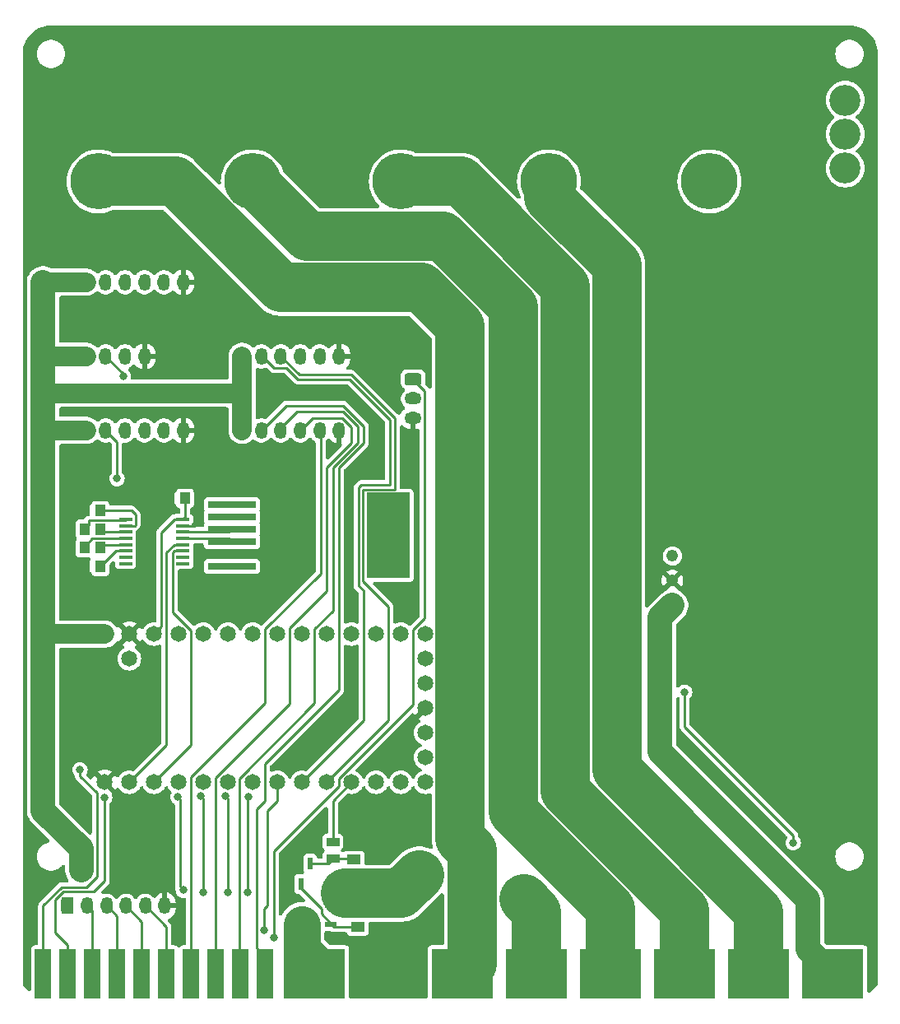
<source format=gbr>
%TF.GenerationSoftware,KiCad,Pcbnew,8.0.4*%
%TF.CreationDate,2025-03-13T14:26:21-04:00*%
%TF.ProjectId,erie_rov_mainboard,65726965-5f72-46f7-965f-6d61696e626f,rev?*%
%TF.SameCoordinates,Original*%
%TF.FileFunction,Copper,L1,Top*%
%TF.FilePolarity,Positive*%
%FSLAX46Y46*%
G04 Gerber Fmt 4.6, Leading zero omitted, Abs format (unit mm)*
G04 Created by KiCad (PCBNEW 8.0.4) date 2025-03-13 14:26:21*
%MOMM*%
%LPD*%
G01*
G04 APERTURE LIST*
G04 Aperture macros list*
%AMRoundRect*
0 Rectangle with rounded corners*
0 $1 Rounding radius*
0 $2 $3 $4 $5 $6 $7 $8 $9 X,Y pos of 4 corners*
0 Add a 4 corners polygon primitive as box body*
4,1,4,$2,$3,$4,$5,$6,$7,$8,$9,$2,$3,0*
0 Add four circle primitives for the rounded corners*
1,1,$1+$1,$2,$3*
1,1,$1+$1,$4,$5*
1,1,$1+$1,$6,$7*
1,1,$1+$1,$8,$9*
0 Add four rect primitives between the rounded corners*
20,1,$1+$1,$2,$3,$4,$5,0*
20,1,$1+$1,$4,$5,$6,$7,0*
20,1,$1+$1,$6,$7,$8,$9,0*
20,1,$1+$1,$8,$9,$2,$3,0*%
G04 Aperture macros list end*
%TA.AperFunction,ConnectorPad*%
%ADD10R,6.350000X5.080000*%
%TD*%
%TA.AperFunction,ConnectorPad*%
%ADD11R,1.651000X5.080000*%
%TD*%
%TA.AperFunction,ComponentPad*%
%ADD12C,5.800000*%
%TD*%
%TA.AperFunction,SMDPad,CuDef*%
%ADD13R,1.380599X0.350800*%
%TD*%
%TA.AperFunction,SMDPad,CuDef*%
%ADD14R,1.300000X0.600000*%
%TD*%
%TA.AperFunction,SMDPad,CuDef*%
%ADD15R,1.066800X1.219200*%
%TD*%
%TA.AperFunction,ComponentPad*%
%ADD16RoundRect,0.264583X-0.610417X0.370417X-0.610417X-0.370417X0.610417X-0.370417X0.610417X0.370417X0*%
%TD*%
%TA.AperFunction,ComponentPad*%
%ADD17O,1.750000X1.270000*%
%TD*%
%TA.AperFunction,ComponentPad*%
%ADD18RoundRect,0.264583X-0.370417X-0.610417X0.370417X-0.610417X0.370417X0.610417X-0.370417X0.610417X0*%
%TD*%
%TA.AperFunction,ComponentPad*%
%ADD19O,1.270000X1.750000*%
%TD*%
%TA.AperFunction,SMDPad,CuDef*%
%ADD20R,1.397000X0.812800*%
%TD*%
%TA.AperFunction,ComponentPad*%
%ADD21C,1.651000*%
%TD*%
%TA.AperFunction,SMDPad,CuDef*%
%ADD22R,1.420000X1.000000*%
%TD*%
%TA.AperFunction,SMDPad,CuDef*%
%ADD23R,0.600000X1.300000*%
%TD*%
%TA.AperFunction,SMDPad,CuDef*%
%ADD24R,5.003800X0.762000*%
%TD*%
%TA.AperFunction,SMDPad,CuDef*%
%ADD25R,4.495800X8.788400*%
%TD*%
%TA.AperFunction,ComponentPad*%
%ADD26C,3.200000*%
%TD*%
%TA.AperFunction,ComponentPad*%
%ADD27C,1.219200*%
%TD*%
%TA.AperFunction,ViaPad*%
%ADD28C,0.812800*%
%TD*%
%TA.AperFunction,ViaPad*%
%ADD29C,0.800000*%
%TD*%
%TA.AperFunction,ViaPad*%
%ADD30C,2.032000*%
%TD*%
%TA.AperFunction,ViaPad*%
%ADD31C,3.810000*%
%TD*%
%TA.AperFunction,Conductor*%
%ADD32C,0.250000*%
%TD*%
%TA.AperFunction,Conductor*%
%ADD33C,5.080000*%
%TD*%
%TA.AperFunction,Conductor*%
%ADD34C,2.540000*%
%TD*%
%TA.AperFunction,Conductor*%
%ADD35C,2.032000*%
%TD*%
%TA.AperFunction,Conductor*%
%ADD36C,3.810000*%
%TD*%
G04 APERTURE END LIST*
D10*
%TO.P,J1,1,P1*%
%TO.N,5V_AUX*%
X140970000Y-199390000D03*
%TO.P,J1,4,P2*%
%TO.N,PNL+*%
X133350000Y-199390000D03*
%TO.P,J1,7,P3*%
%TO.N,BATT_CC*%
X125730000Y-199390000D03*
%TO.P,J1,10,P4*%
%TO.N,BATT_SW*%
X118110000Y-199390000D03*
%TO.P,J1,13,P5*%
%TO.N,+12V*%
X110490000Y-199390000D03*
%TO.P,J1,16,P6*%
%TO.N,LOAD_CC*%
X102870000Y-199390000D03*
%TO.P,J1,19,P7*%
%TO.N,GND*%
X95250000Y-199390000D03*
%TO.P,J1,22,P8*%
%TO.N,VID_PWR*%
X87630000Y-199390000D03*
D11*
%TO.P,J1,25,S1*%
%TO.N,TELEM1_TX*%
X82550000Y-199390000D03*
%TO.P,J1,26,S2*%
%TO.N,TELEM1_RX*%
X80010000Y-199390000D03*
%TO.P,J1,27,S3*%
%TO.N,TELEM1_CTS*%
X77470000Y-199390000D03*
%TO.P,J1,28,S4*%
%TO.N,TELEM1_RTS*%
X74930000Y-199390000D03*
%TO.P,J1,29,S5*%
%TO.N,EXP_4*%
X72390000Y-199390000D03*
%TO.P,J1,30,S6*%
%TO.N,EXP_3*%
X69850000Y-199390000D03*
%TO.P,J1,31,S7*%
%TO.N,EXP_2*%
X67310000Y-199390000D03*
%TO.P,J1,32,S8*%
%TO.N,EXP_1*%
X64770000Y-199390000D03*
%TO.P,J1,33,S9*%
%TO.N,OSD_RX*%
X62230000Y-199390000D03*
%TO.P,J1,34,S10*%
%TO.N,OSD_TX*%
X59690000Y-199390000D03*
%TD*%
D12*
%TO.P,J2,1,-*%
%TO.N,GND*%
X81280000Y-110700000D03*
%TO.P,J2,2,+*%
%TO.N,BATT_SW*%
X81280000Y-117900000D03*
%TD*%
%TO.P,J5,1,-*%
%TO.N,GND*%
X65405000Y-110700000D03*
%TO.P,J5,2,+*%
%TO.N,LOAD_CC*%
X65405000Y-117900000D03*
%TD*%
D13*
%TO.P,U2,1,C1+*%
%TO.N,Net-(U2-C1+)*%
X68179701Y-152665001D03*
%TO.P,U2,2,V+*%
%TO.N,Net-(U2-V+)*%
X68179701Y-153314999D03*
%TO.P,U2,3,C1-*%
%TO.N,Net-(U2-C1-)*%
X68179701Y-153965001D03*
%TO.P,U2,4,C2+*%
%TO.N,Net-(U2-C2+)*%
X68179701Y-154614999D03*
%TO.P,U2,5,C2-*%
%TO.N,Net-(U2-C2-)*%
X68179701Y-155264998D03*
%TO.P,U2,6,V-*%
%TO.N,Net-(U2-V-)*%
X68179701Y-155914999D03*
%TO.P,U2,7,T2OUT*%
%TO.N,unconnected-(U2-T2OUT-Pad7)*%
X68179701Y-156564998D03*
%TO.P,U2,8,R2IN*%
%TO.N,unconnected-(U2-R2IN-Pad8)*%
X68179701Y-157214999D03*
%TO.P,U2,9,R2OUT*%
%TO.N,unconnected-(U2-R2OUT-Pad9)*%
X74060299Y-157214999D03*
%TO.P,U2,10,T2IN*%
%TO.N,unconnected-(U2-T2IN-Pad10)*%
X74060299Y-156565001D03*
%TO.P,U2,11,T1IN*%
%TO.N,SCC_TX*%
X74060299Y-155914999D03*
%TO.P,U2,12,R1OUT*%
%TO.N,SCC_RX*%
X74060299Y-155265001D03*
%TO.P,U2,13,R1IN*%
%TO.N,Net-(U2-R1IN)*%
X74060299Y-154615002D03*
%TO.P,U2,14,T1OUT*%
%TO.N,Net-(U2-T1OUT)*%
X74060299Y-153965001D03*
%TO.P,U2,15,GND*%
%TO.N,GND*%
X74060299Y-153315002D03*
%TO.P,U2,16,VCC*%
%TO.N,+3.3V*%
X74060299Y-152665001D03*
%TD*%
D14*
%TO.P,Q3,1,G*%
%TO.N,Net-(Q2-D)*%
X89315000Y-194305000D03*
%TO.P,Q3,2,S*%
%TO.N,+12V*%
X89315000Y-192405000D03*
%TO.P,Q3,3,D*%
%TO.N,VID_PWR*%
X87215000Y-193355000D03*
%TD*%
D15*
%TO.P,C3,1*%
%TO.N,Net-(U2-V+)*%
X65595500Y-151765000D03*
%TO.P,C3,2*%
%TO.N,GND*%
X63944500Y-151765000D03*
%TD*%
D12*
%TO.P,J4,1,-*%
%TO.N,GND*%
X96520000Y-110700000D03*
%TO.P,J4,2,+*%
%TO.N,BATT_CC*%
X96520000Y-117900000D03*
%TD*%
D16*
%TO.P,J14,1,Pin_1*%
%TO.N,RDR_PWM*%
X97790000Y-138240000D03*
D17*
%TO.P,J14,2,Pin_2*%
%TO.N,unconnected-(J14-Pin_2-Pad2)*%
X97790000Y-140240000D03*
%TO.P,J14,3,Pin_3*%
%TO.N,GND*%
X97790000Y-142240000D03*
%TD*%
D12*
%TO.P,J3,1,-*%
%TO.N,GND*%
X111760000Y-110700000D03*
%TO.P,J3,2,+*%
%TO.N,PNL+*%
X111760000Y-117900000D03*
%TD*%
D18*
%TO.P,J10,1,Pin_1*%
%TO.N,+5V*%
X80170000Y-135890000D03*
D19*
%TO.P,J10,2,Pin_2*%
%TO.N,TELEM2_TX*%
X82170000Y-135890000D03*
%TO.P,J10,3,Pin_3*%
%TO.N,TELEM2_RX*%
X84170000Y-135890000D03*
%TO.P,J10,4,Pin_4*%
%TO.N,unconnected-(J10-Pin_4-Pad4)*%
X86170000Y-135890000D03*
%TO.P,J10,5,Pin_5*%
%TO.N,unconnected-(J10-Pin_5-Pad5)*%
X88170000Y-135890000D03*
%TO.P,J10,6,Pin_6*%
%TO.N,GND*%
X90170000Y-135890000D03*
%TD*%
D18*
%TO.P,J15,1,Pin_1*%
%TO.N,+5V*%
X62230000Y-192405000D03*
D19*
%TO.P,J15,2,Pin_2*%
%TO.N,EXP_1*%
X64230000Y-192405000D03*
%TO.P,J15,3,Pin_3*%
%TO.N,EXP_2*%
X66230000Y-192405000D03*
%TO.P,J15,4,Pin_4*%
%TO.N,EXP_3*%
X68230000Y-192405000D03*
%TO.P,J15,5,Pin_5*%
%TO.N,EXP_4*%
X70230000Y-192405000D03*
%TO.P,J15,6,Pin_6*%
%TO.N,GND*%
X72230000Y-192405000D03*
%TD*%
D18*
%TO.P,J12,1,Pin_1*%
%TO.N,+5V*%
X64135000Y-143510000D03*
D19*
%TO.P,J12,2,Pin_2*%
%TO.N,GPS_TX*%
X66135000Y-143510000D03*
%TO.P,J12,3,Pin_3*%
%TO.N,GPS_RX*%
X68135000Y-143510000D03*
%TO.P,J12,4,Pin_4*%
%TO.N,unconnected-(J12-Pin_4-Pad4)*%
X70135000Y-143510000D03*
%TO.P,J12,5,Pin_5*%
%TO.N,unconnected-(J12-Pin_5-Pad5)*%
X72135000Y-143510000D03*
%TO.P,J12,6,Pin_6*%
%TO.N,GND*%
X74135000Y-143510000D03*
%TD*%
D20*
%TO.P,R3,1*%
%TO.N,Net-(Q2-G)*%
X89512700Y-187566300D03*
%TO.P,R3,2*%
%TO.N,VTX_SW*%
X89512700Y-185813700D03*
%TD*%
D21*
%TO.P,U1,1,GND*%
%TO.N,GND*%
X66040000Y-179705000D03*
%TO.P,U1,2,0_RX1_CRX2_CS1*%
%TO.N,SCC_RX*%
X68580000Y-179705000D03*
%TO.P,U1,3,1_TX1_CTX2_MISO1*%
%TO.N,SCC_TX*%
X71120000Y-179705000D03*
%TO.P,U1,4,2_OUT2*%
%TO.N,unconnected-(U1-2_OUT2-Pad4)*%
X73660000Y-179705000D03*
%TO.P,U1,5,3_LRCLK2*%
%TO.N,unconnected-(U1-3_LRCLK2-Pad5)*%
X76200000Y-179705000D03*
%TO.P,U1,6,4_BCLK2*%
%TO.N,unconnected-(U1-4_BCLK2-Pad6)*%
X78740000Y-179705000D03*
%TO.P,U1,7,5_IN2*%
%TO.N,unconnected-(U1-5_IN2-Pad7)*%
X81280000Y-179705000D03*
%TO.P,U1,8,6_OUT1D*%
%TO.N,STRB_PWM*%
X83820000Y-179705000D03*
%TO.P,U1,9,7_RX2_OUT1A*%
%TO.N,TELEM2_TX*%
X86360000Y-179705000D03*
%TO.P,U1,10,8_TX2_IN1*%
%TO.N,TELEM2_RX*%
X88900000Y-179705000D03*
%TO.P,U1,11,9_OUT1C*%
%TO.N,VTX_SW*%
X91440000Y-179705000D03*
%TO.P,U1,12,10_CS_MQSR*%
%TO.N,TELEM_SW*%
X93980000Y-179705000D03*
%TO.P,U1,13,11_MOSI_CTX1*%
%TO.N,unconnected-(U1-11_MOSI_CTX1-Pad13)*%
X96520000Y-179705000D03*
%TO.P,U1,14,12_MISO_MQSL*%
%TO.N,unconnected-(U1-12_MISO_MQSL-Pad14)*%
X99060000Y-179705000D03*
%TO.P,U1,15,VBAT*%
%TO.N,Net-(U1-VBAT)*%
X99060000Y-177165000D03*
%TO.P,U1,16,3V3*%
%TO.N,unconnected-(U1-3V3-Pad16)*%
X99060000Y-174625000D03*
%TO.P,U1,17,GND*%
%TO.N,GND*%
X99060000Y-172085000D03*
%TO.P,U1,18,PROGRAM*%
%TO.N,unconnected-(U1-PROGRAM-Pad18)*%
X99060000Y-169545000D03*
%TO.P,U1,19,ON_OFF*%
%TO.N,unconnected-(U1-ON_OFF-Pad19)*%
X99060000Y-167005000D03*
%TO.P,U1,20,13_SCK_CRX1_LED*%
%TO.N,unconnected-(U1-13_SCK_CRX1_LED-Pad20)*%
X99060000Y-164465000D03*
%TO.P,U1,21,14_A0_TX3_SPDIF_OUT*%
%TO.N,unconnected-(U1-14_A0_TX3_SPDIF_OUT-Pad21)*%
X96520000Y-164465000D03*
%TO.P,U1,22,15_A1_RX3_SPDIF_IN*%
%TO.N,unconnected-(U1-15_A1_RX3_SPDIF_IN-Pad22)*%
X93980000Y-164465000D03*
%TO.P,U1,23,16_A2_RX4_SCL1*%
%TO.N,unconnected-(U1-16_A2_RX4_SCL1-Pad23)*%
X91440000Y-164465000D03*
%TO.P,U1,24,17_A3_TX4_SDA1*%
%TO.N,unconnected-(U1-17_A3_TX4_SDA1-Pad24)*%
X88900000Y-164465000D03*
%TO.P,U1,25,18_A4_SDA0*%
%TO.N,unconnected-(U1-18_A4_SDA0-Pad25)*%
X86360000Y-164465000D03*
%TO.P,U1,26,19_A5_SCL0*%
%TO.N,unconnected-(U1-19_A5_SCL0-Pad26)*%
X83820000Y-164465000D03*
%TO.P,U1,27,20_A6_TX5_LRCLK1*%
%TO.N,unconnected-(U1-20_A6_TX5_LRCLK1-Pad27)*%
X81280000Y-164465000D03*
%TO.P,U1,28,21_A7_RX5_BCLK1*%
%TO.N,unconnected-(U1-21_A7_RX5_BCLK1-Pad28)*%
X78740000Y-164465000D03*
%TO.P,U1,29,22_A8_CTX1*%
%TO.N,unconnected-(U1-22_A8_CTX1-Pad29)*%
X76200000Y-164465000D03*
%TO.P,U1,30,23_A9_CRX1_MCLK1*%
%TO.N,unconnected-(U1-23_A9_CRX1_MCLK1-Pad30)*%
X73660000Y-164465000D03*
%TO.P,U1,31,3V3*%
%TO.N,+3.3V*%
X71120000Y-164465000D03*
%TO.P,U1,32,GND*%
%TO.N,GND*%
X68580000Y-164465000D03*
%TO.P,U1,33,VIN*%
%TO.N,+5V*%
X66040000Y-164465000D03*
%TO.P,U1,34,VUSB*%
%TO.N,unconnected-(U1-VUSB-Pad34)*%
X68580000Y-167005000D03*
%TD*%
D18*
%TO.P,J11,1,Pin_1*%
%TO.N,+5V*%
X64135000Y-135890000D03*
D19*
%TO.P,J11,2,Pin_2*%
%TO.N,GPS_SCL*%
X66135000Y-135890000D03*
%TO.P,J11,3,Pin_3*%
%TO.N,GPS_SCA*%
X68135000Y-135890000D03*
%TO.P,J11,4,Pin_4*%
%TO.N,GND*%
X70135000Y-135890000D03*
%TD*%
D15*
%TO.P,C1,1*%
%TO.N,Net-(U2-C1-)*%
X65595500Y-153670000D03*
%TO.P,C1,2*%
%TO.N,Net-(U2-C1+)*%
X63944500Y-153670000D03*
%TD*%
D22*
%TO.P,R5,1*%
%TO.N,+12V*%
X92075000Y-192740000D03*
%TO.P,R5,2*%
%TO.N,Net-(Q2-D)*%
X92075000Y-194610000D03*
%TD*%
D18*
%TO.P,J9,1,Pin_1*%
%TO.N,+5V*%
X80170000Y-143510000D03*
D19*
%TO.P,J9,2,Pin_2*%
%TO.N,TELEM1_TX*%
X82170000Y-143510000D03*
%TO.P,J9,3,Pin_3*%
%TO.N,TELEM1_RX*%
X84170000Y-143510000D03*
%TO.P,J9,4,Pin_4*%
%TO.N,TELEM1_CTS*%
X86170000Y-143510000D03*
%TO.P,J9,5,Pin_5*%
%TO.N,TELEM1_RTS*%
X88170000Y-143510000D03*
%TO.P,J9,6,Pin_6*%
%TO.N,GND*%
X90170000Y-143510000D03*
%TD*%
D23*
%TO.P,Q2,1,G*%
%TO.N,Net-(Q2-G)*%
X87183000Y-188053000D03*
%TO.P,Q2,2,S*%
%TO.N,GND*%
X85283000Y-188053000D03*
%TO.P,Q2,3,D*%
%TO.N,Net-(Q2-D)*%
X86233000Y-190153000D03*
%TD*%
D15*
%TO.P,C5,1*%
%TO.N,GND*%
X72644000Y-150495000D03*
%TO.P,C5,2*%
%TO.N,+3.3V*%
X74295000Y-150495000D03*
%TD*%
D22*
%TO.P,R4,1*%
%TO.N,Net-(Q2-G)*%
X91694000Y-187625000D03*
%TO.P,R4,2*%
%TO.N,GND*%
X91694000Y-185755000D03*
%TD*%
D24*
%TO.P,J6,1,1*%
%TO.N,unconnected-(J6-Pad1)*%
X79134098Y-157480000D03*
%TO.P,J6,2,2*%
%TO.N,GND*%
X79134098Y-156210000D03*
%TO.P,J6,3,3*%
%TO.N,Net-(U2-R1IN)*%
X79134098Y-154940000D03*
%TO.P,J6,4,4*%
%TO.N,Net-(U2-T1OUT)*%
X79134098Y-153670000D03*
%TO.P,J6,5,5*%
%TO.N,unconnected-(J6-Pad5)*%
X79134098Y-152400000D03*
%TO.P,J6,6,6*%
%TO.N,unconnected-(J6-Pad6)*%
X79134098Y-151130000D03*
D25*
%TO.P,J6,7*%
%TO.N,N/C*%
X95184099Y-154305000D03*
%TD*%
D26*
%TO.P,J7,1,1*%
%TO.N,MTR_B*%
X142240000Y-109530000D03*
%TO.P,J7,2,2*%
%TO.N,MTR_G*%
X142240000Y-113030000D03*
%TO.P,J7,3,3*%
%TO.N,MTR_W*%
X142240000Y-116530000D03*
%TD*%
D27*
%TO.P,U3,1,+VIN*%
%TO.N,+12V*%
X124460000Y-156421709D03*
%TO.P,U3,2,GND*%
%TO.N,GND*%
X124460000Y-158961709D03*
%TO.P,U3,3,+VOUT*%
%TO.N,5V_AUX*%
X124460000Y-161501709D03*
%TD*%
D12*
%TO.P,J8,1,-*%
%TO.N,GND*%
X128270000Y-110700000D03*
%TO.P,J8,2,+*%
%TO.N,+12V*%
X128270000Y-117900000D03*
%TD*%
D18*
%TO.P,J13,1,Pin_1*%
%TO.N,+5V*%
X64135000Y-128270000D03*
D19*
%TO.P,J13,2,Pin_2*%
%TO.N,OSD_TX*%
X66135000Y-128270000D03*
%TO.P,J13,3,Pin_3*%
%TO.N,OSD_RX*%
X68135000Y-128270000D03*
%TO.P,J13,4,Pin_4*%
%TO.N,unconnected-(J13-Pin_4-Pad4)*%
X70135000Y-128270000D03*
%TO.P,J13,5,Pin_5*%
%TO.N,unconnected-(J13-Pin_5-Pad5)*%
X72135000Y-128270000D03*
%TO.P,J13,6,Pin_6*%
%TO.N,GND*%
X74135000Y-128270000D03*
%TD*%
D15*
%TO.P,C2,1*%
%TO.N,Net-(U2-C2-)*%
X65595500Y-155575000D03*
%TO.P,C2,2*%
%TO.N,Net-(U2-C2+)*%
X63944500Y-155575000D03*
%TD*%
%TO.P,C4,1*%
%TO.N,GND*%
X63944500Y-157480000D03*
%TO.P,C4,2*%
%TO.N,Net-(U2-V-)*%
X65595500Y-157480000D03*
%TD*%
D28*
%TO.N,GND*%
X81026000Y-162433000D03*
X88519000Y-183388000D03*
X87122000Y-157988000D03*
X65913000Y-166878000D03*
X98679000Y-185293000D03*
X90424000Y-195834000D03*
X94361000Y-148082000D03*
X97790000Y-162306000D03*
X91821000Y-181737000D03*
X144526000Y-178562000D03*
X69291200Y-147421600D03*
X93853000Y-142875000D03*
X144526000Y-106680000D03*
X140970000Y-102743000D03*
D29*
X97155000Y-174244000D03*
D28*
X83820000Y-161417000D03*
X91186000Y-148082000D03*
X62103000Y-102743000D03*
X126111000Y-158623000D03*
X82169000Y-139065000D03*
D30*
X94361000Y-195580000D03*
D28*
X70739000Y-162306000D03*
X63754000Y-150368000D03*
X80899000Y-149733000D03*
X69215000Y-133223000D03*
X126238000Y-137287000D03*
X72136000Y-181483000D03*
X58547000Y-185293000D03*
D29*
X93345000Y-177927000D03*
D28*
X75692000Y-155702000D03*
X76073000Y-148463000D03*
X95758000Y-160274000D03*
X144907000Y-195580000D03*
D29*
X97155000Y-177927000D03*
D28*
X72644000Y-148971000D03*
X70993000Y-175260000D03*
X73152000Y-137668000D03*
X120269000Y-122682000D03*
X77216000Y-136271000D03*
X122047000Y-137287000D03*
X60325000Y-189357000D03*
D30*
X141478000Y-192024000D03*
D28*
X125730000Y-168783000D03*
X85217000Y-178181000D03*
X97790000Y-145161000D03*
X73152000Y-122809000D03*
X77089000Y-141605000D03*
X90932000Y-184277000D03*
D30*
X139446000Y-185420000D03*
D28*
X126111000Y-154178000D03*
X77063600Y-146354800D03*
X81153000Y-131064000D03*
X93599000Y-187579000D03*
X70866000Y-166370000D03*
X75692000Y-152908000D03*
X87376000Y-146939000D03*
X106807000Y-116332000D03*
X96901000Y-132588000D03*
X58293000Y-195707000D03*
X68326000Y-177546000D03*
X67056000Y-150114000D03*
X69596000Y-184404000D03*
X76454000Y-115443000D03*
X68014808Y-181539386D03*
X88900000Y-119761000D03*
X64008000Y-159004000D03*
X126111000Y-122809000D03*
X142113000Y-195580000D03*
X100330000Y-195707000D03*
D30*
X97155000Y-195580000D03*
D28*
X58547000Y-106553000D03*
X85344000Y-186690000D03*
X91440000Y-166624000D03*
X99060000Y-181864000D03*
X122047000Y-160528000D03*
X90932000Y-139700000D03*
X65532000Y-162306000D03*
D30*
%TO.N,+5V*%
X63627000Y-188722000D03*
D28*
%TO.N,GPS_TX*%
X67310000Y-148463000D03*
X74123000Y-190799000D03*
X73593009Y-181229000D03*
%TO.N,GPS_RX*%
X76200000Y-191008000D03*
X75928500Y-181119500D03*
%TO.N,RDR_PWM*%
X83439000Y-195707000D03*
D31*
%TO.N,+12V*%
X109154493Y-191704493D03*
X98425000Y-189230000D03*
D28*
%TO.N,OSD_TX*%
X63500000Y-178435000D03*
%TO.N,OSD_RX*%
X66040000Y-181254400D03*
%TO.N,STRB_PWM*%
X82469587Y-194879208D03*
%TO.N,GPS_SCL*%
X67945000Y-137922000D03*
X78493900Y-181144900D03*
X78740000Y-191008000D03*
%TO.N,GPS_SCA*%
X80772000Y-191008000D03*
X80792600Y-181157600D03*
%TO.N,TELEM_SW*%
X136906000Y-185928000D03*
X125730000Y-170434000D03*
%TD*%
D32*
%TO.N,GND*%
X96520000Y-199390000D02*
X95250000Y-199390000D01*
D33*
X95250000Y-199390000D02*
X95280000Y-199360000D01*
D32*
X75692000Y-152908000D02*
X75284998Y-153315002D01*
X75284998Y-153315002D02*
X74060299Y-153315002D01*
D33*
%TO.N,PNL+*%
X118745000Y-178435000D02*
X118745000Y-126517952D01*
X133350000Y-193040000D02*
X118745000Y-178435000D01*
X133350000Y-199390000D02*
X133350000Y-193040000D01*
X111760000Y-119532952D02*
X111760000Y-117900000D01*
X118745000Y-126517952D02*
X111760000Y-119532952D01*
D34*
%TO.N,+5V*%
X59690000Y-135890000D02*
X59690000Y-128270000D01*
D35*
X64135000Y-135890000D02*
X59690000Y-135890000D01*
D34*
X59690000Y-182631344D02*
X59690000Y-164465000D01*
D35*
X80170000Y-135890000D02*
X80170000Y-139700000D01*
D34*
X63627000Y-188722000D02*
X63627000Y-186568344D01*
D35*
X66040000Y-164465000D02*
X59690000Y-164465000D01*
X80170000Y-139700000D02*
X80170000Y-143510000D01*
X64135000Y-143510000D02*
X59690000Y-143510000D01*
D34*
X63627000Y-186568344D02*
X59690000Y-182631344D01*
X59690000Y-164465000D02*
X59690000Y-143510000D01*
X59690000Y-143510000D02*
X59690000Y-139700000D01*
X59690000Y-139700000D02*
X59690000Y-135890000D01*
D35*
X80170000Y-139700000D02*
X59690000Y-139700000D01*
X64135000Y-128270000D02*
X59690000Y-128270000D01*
D32*
%TO.N,GPS_TX*%
X67310000Y-144685000D02*
X66135000Y-143510000D01*
X74123000Y-190799000D02*
X73787000Y-190463000D01*
X73787000Y-181422991D02*
X73593009Y-181229000D01*
X67310000Y-148463000D02*
X67310000Y-144685000D01*
X73787000Y-190463000D02*
X73787000Y-181422991D01*
%TO.N,GPS_RX*%
X76200000Y-181391000D02*
X76200000Y-191008000D01*
X75928500Y-181119500D02*
X76200000Y-181391000D01*
%TO.N,TELEM1_TX*%
X81661000Y-182499000D02*
X82550000Y-181610000D01*
X82550000Y-181610000D02*
X82550000Y-177800000D01*
X82550000Y-197675500D02*
X81661000Y-196786500D01*
X81661000Y-196786500D02*
X81661000Y-182499000D01*
X84710000Y-140970000D02*
X82170000Y-143510000D01*
X90170000Y-147321396D02*
X92710000Y-144781396D01*
X92710000Y-144781396D02*
X92710000Y-143103600D01*
X82550000Y-199390000D02*
X82550000Y-197675500D01*
X90170000Y-170180000D02*
X90170000Y-147321396D01*
X92710000Y-143103600D02*
X90576400Y-140970000D01*
X90576400Y-140970000D02*
X84710000Y-140970000D01*
X82550000Y-177800000D02*
X90170000Y-170180000D01*
%TO.N,TELEM1_RX*%
X89535000Y-147320000D02*
X89535000Y-162052000D01*
X90552396Y-141606396D02*
X92075000Y-143129000D01*
X89535000Y-162052000D02*
X87630000Y-163957000D01*
X92075000Y-143129000D02*
X92075000Y-144780000D01*
X87630000Y-171577000D02*
X79890500Y-179316500D01*
X79890500Y-199270500D02*
X80010000Y-199390000D01*
X85798604Y-141606396D02*
X90552396Y-141606396D01*
X84170000Y-143235000D02*
X85798604Y-141606396D01*
X92075000Y-144780000D02*
X89535000Y-147320000D01*
X87630000Y-163957000D02*
X87630000Y-171577000D01*
X84170000Y-143510000D02*
X84170000Y-143235000D01*
X79890500Y-179316500D02*
X79890500Y-199270500D01*
%TO.N,RDR_PWM*%
X90170000Y-179324000D02*
X97790000Y-171704000D01*
X97790000Y-164007800D02*
X98990000Y-162807800D01*
X90170000Y-180086000D02*
X90170000Y-179324000D01*
X83439000Y-186817000D02*
X90170000Y-180086000D01*
X83439000Y-195707000D02*
X83439000Y-186817000D01*
X97790000Y-171704000D02*
X97790000Y-164007800D01*
X98990000Y-139440000D02*
X97790000Y-138240000D01*
X98990000Y-162807800D02*
X98990000Y-139440000D01*
D33*
%TO.N,+12V*%
X110490000Y-193040000D02*
X110490000Y-199390000D01*
X109154493Y-191704493D02*
X110490000Y-193040000D01*
X98425000Y-189230000D02*
X96520000Y-191135000D01*
X96520000Y-191135000D02*
X90805000Y-191135000D01*
D32*
%TO.N,TELEM1_CTS*%
X77470000Y-179290504D02*
X85090000Y-171670504D01*
X77470000Y-199390000D02*
X77470000Y-179290504D01*
X90504374Y-142240000D02*
X87440000Y-142240000D01*
X91440000Y-143175626D02*
X90504374Y-142240000D01*
X85090000Y-163830000D02*
X88900000Y-160020000D01*
X87440000Y-142240000D02*
X86170000Y-143510000D01*
X85090000Y-171670504D02*
X85090000Y-163830000D01*
X91440000Y-144778604D02*
X91440000Y-143175626D01*
X88900000Y-160020000D02*
X88900000Y-147318604D01*
X88900000Y-147318604D02*
X91440000Y-144778604D01*
%TO.N,TELEM1_RTS*%
X88265000Y-158242000D02*
X82550000Y-163957000D01*
X82550000Y-171577000D02*
X74930000Y-179197000D01*
X88265000Y-143605000D02*
X88265000Y-158242000D01*
X88170000Y-143510000D02*
X88265000Y-143605000D01*
X74930000Y-179197000D02*
X74930000Y-199390000D01*
X82550000Y-163957000D02*
X82550000Y-171577000D01*
%TO.N,TELEM2_TX*%
X95435000Y-149135800D02*
X92424803Y-149135800D01*
X92161199Y-149399404D02*
X92161199Y-159471199D01*
X92424803Y-149135800D02*
X92161199Y-149399404D01*
X85888604Y-138245000D02*
X91253604Y-138245000D01*
X82170000Y-135890000D02*
X82296000Y-135890000D01*
X92710000Y-173355000D02*
X86360000Y-179705000D01*
X84733604Y-137090000D02*
X85888604Y-138245000D01*
X91253604Y-138245000D02*
X95435000Y-142426396D01*
X82296000Y-135890000D02*
X83496000Y-137090000D01*
X92161199Y-159471199D02*
X92710000Y-160020000D01*
X95435000Y-142426396D02*
X95435000Y-149135800D01*
X83496000Y-137090000D02*
X84733604Y-137090000D01*
X92710000Y-160020000D02*
X92710000Y-173355000D01*
%TO.N,Net-(U2-C1-)*%
X68179701Y-153965001D02*
X65890501Y-153965001D01*
X65890501Y-153965001D02*
X65595500Y-153670000D01*
%TO.N,Net-(U2-C1+)*%
X68109302Y-152735400D02*
X68179701Y-152665001D01*
X64403700Y-153210800D02*
X64403700Y-152785861D01*
X64454161Y-152735400D02*
X68109302Y-152735400D01*
X64403700Y-152785861D02*
X64454161Y-152735400D01*
X63944500Y-153670000D02*
X64403700Y-153210800D01*
%TO.N,Net-(U2-C2-)*%
X65595500Y-155575000D02*
X65905502Y-155264998D01*
X65905502Y-155264998D02*
X68179701Y-155264998D01*
%TO.N,Net-(U2-C2+)*%
X64753123Y-154614999D02*
X63944500Y-155423622D01*
X63944500Y-155423622D02*
X63944500Y-155575000D01*
X68179701Y-154614999D02*
X64753123Y-154614999D01*
%TO.N,Net-(U2-V+)*%
X69120000Y-153314999D02*
X69195000Y-153239999D01*
X68179701Y-153314999D02*
X69120000Y-153314999D01*
X69195000Y-153239999D02*
X69195000Y-152164601D01*
X68795399Y-151765000D02*
X65595500Y-151765000D01*
X69195000Y-152164601D02*
X68795399Y-151765000D01*
%TO.N,Net-(U2-V-)*%
X67160501Y-155914999D02*
X68179701Y-155914999D01*
X65595500Y-157480000D02*
X67160501Y-155914999D01*
%TO.N,+3.3V*%
X73194601Y-152665001D02*
X74060299Y-152665001D01*
X71882000Y-163703000D02*
X71882000Y-153977602D01*
X71882000Y-153977602D02*
X73194601Y-152665001D01*
X74295000Y-152430300D02*
X74060299Y-152665001D01*
X74295000Y-150495000D02*
X74295000Y-152430300D01*
X71120000Y-164465000D02*
X71882000Y-163703000D01*
%TO.N,Net-(U2-R1IN)*%
X78809100Y-154615002D02*
X74060299Y-154615002D01*
X79134098Y-154940000D02*
X78809100Y-154615002D01*
%TO.N,Net-(U2-T1OUT)*%
X79134098Y-153670000D02*
X78839097Y-153965001D01*
X78839097Y-153965001D02*
X74060299Y-153965001D01*
%TO.N,SCC_TX*%
X73045000Y-156064601D02*
X73194602Y-155914999D01*
X74930000Y-164084000D02*
X73045000Y-162199000D01*
X74930000Y-175895000D02*
X74930000Y-164084000D01*
X71120000Y-179705000D02*
X74930000Y-175895000D01*
X73045000Y-162199000D02*
X73045000Y-156064601D01*
X73194602Y-155914999D02*
X74060299Y-155914999D01*
%TO.N,SCC_RX*%
X73194598Y-155265001D02*
X72390000Y-156069599D01*
X74060299Y-155265001D02*
X73194598Y-155265001D01*
X72390000Y-175895000D02*
X68580000Y-179705000D01*
X72390000Y-156069599D02*
X72390000Y-175895000D01*
D36*
%TO.N,VID_PWR*%
X86360000Y-196850000D02*
X86360000Y-194310000D01*
X87630000Y-198120000D02*
X86360000Y-196850000D01*
X87630000Y-199390000D02*
X87630000Y-198120000D01*
D32*
%TO.N,TELEM2_RX*%
X92611199Y-159024200D02*
X92611199Y-149585800D01*
X88900000Y-179705000D02*
X95250000Y-173355000D01*
X92611199Y-149585800D02*
X95885000Y-149585800D01*
X95250000Y-161663001D02*
X92611199Y-159024200D01*
X95250000Y-173355000D02*
X95250000Y-161663001D01*
X95885000Y-142240000D02*
X91440000Y-137795000D01*
X86075000Y-137795000D02*
X84170000Y-135890000D01*
X95885000Y-149585800D02*
X95885000Y-142240000D01*
X91440000Y-137795000D02*
X86075000Y-137795000D01*
%TO.N,EXP_3*%
X69850000Y-199390000D02*
X69850000Y-194025000D01*
X69850000Y-194025000D02*
X68230000Y-192405000D01*
%TO.N,EXP_4*%
X72390000Y-199390000D02*
X72390000Y-194565000D01*
X72390000Y-194565000D02*
X70230000Y-192405000D01*
%TO.N,EXP_2*%
X67310000Y-193485000D02*
X66230000Y-192405000D01*
X67310000Y-199390000D02*
X67310000Y-193485000D01*
D33*
%TO.N,LOAD_CC*%
X103874493Y-186729293D02*
X103874493Y-198385507D01*
X102625500Y-132799596D02*
X102625500Y-185480300D01*
X102625500Y-185480300D02*
X103874493Y-186729293D01*
X98645904Y-128820000D02*
X102625500Y-132799596D01*
X84223835Y-128820000D02*
X98645904Y-128820000D01*
X103874493Y-198385507D02*
X102870000Y-199390000D01*
X65405000Y-117900000D02*
X73303835Y-117900000D01*
X73303835Y-117900000D02*
X84223835Y-128820000D01*
D32*
%TO.N,OSD_TX*%
X63500000Y-178435000D02*
X63500000Y-179070000D01*
X65222000Y-180792000D02*
X65222000Y-189413000D01*
X63500000Y-179070000D02*
X65222000Y-180792000D01*
X65222000Y-189413000D02*
X64135000Y-190500000D01*
X64135000Y-190500000D02*
X61595000Y-190500000D01*
X61595000Y-190500000D02*
X59690000Y-192405000D01*
X59690000Y-192405000D02*
X59690000Y-199390000D01*
%TO.N,EXP_1*%
X64770000Y-199390000D02*
X64770000Y-192945000D01*
X64770000Y-192945000D02*
X64230000Y-192405000D01*
%TO.N,OSD_RX*%
X62230000Y-196469000D02*
X62230000Y-199390000D01*
X64955000Y-190950000D02*
X61781396Y-190950000D01*
X61781396Y-190950000D02*
X60960698Y-191770698D01*
X60960698Y-195199698D02*
X62230000Y-196469000D01*
X60960698Y-191770698D02*
X60960698Y-195199698D01*
X66040000Y-181254400D02*
X66040000Y-189865000D01*
X66040000Y-189865000D02*
X64955000Y-190950000D01*
%TO.N,STRB_PWM*%
X82804000Y-192405000D02*
X82804000Y-182626000D01*
X82804000Y-182626000D02*
X83820000Y-181610000D01*
X83820000Y-181610000D02*
X83820000Y-179705000D01*
X82469587Y-192739413D02*
X82804000Y-192405000D01*
X82469587Y-194879208D02*
X82469587Y-192739413D01*
D34*
%TO.N,5V_AUX*%
X138430000Y-191770000D02*
X123190000Y-176530000D01*
X123190000Y-162771709D02*
X124460000Y-161501709D01*
X138430000Y-196850000D02*
X138430000Y-191770000D01*
X123190000Y-176530000D02*
X123190000Y-162771709D01*
X140970000Y-199390000D02*
X138430000Y-196850000D01*
D32*
%TO.N,GPS_SCL*%
X67945000Y-137922000D02*
X67945000Y-137700000D01*
X67945000Y-137700000D02*
X66135000Y-135890000D01*
X78493900Y-181144900D02*
X78740000Y-181391000D01*
X78740000Y-181391000D02*
X78740000Y-191008000D01*
%TO.N,GPS_SCA*%
X80792600Y-181157600D02*
X80772000Y-181178200D01*
X80772000Y-181178200D02*
X80772000Y-191008000D01*
%TO.N,VTX_SW*%
X89512700Y-181632300D02*
X91440000Y-179705000D01*
X89512700Y-185813700D02*
X89512700Y-181632300D01*
%TO.N,TELEM_SW*%
X125730000Y-173990000D02*
X125730000Y-170434000D01*
X136906000Y-185166000D02*
X125730000Y-173990000D01*
X136906000Y-185928000D02*
X136906000Y-185166000D01*
D33*
%TO.N,BATT_SW*%
X81280000Y-117900000D02*
X86920000Y-123540000D01*
X100832952Y-123540000D02*
X108108800Y-130815848D01*
X118110000Y-192734096D02*
X118110000Y-199390000D01*
X108108800Y-182732896D02*
X118110000Y-192734096D01*
X108108800Y-130815848D02*
X108108800Y-182732896D01*
X86920000Y-123540000D02*
X100832952Y-123540000D01*
%TO.N,BATT_CC*%
X113465000Y-180622048D02*
X113465000Y-128705000D01*
X102660000Y-117900000D02*
X96520000Y-117900000D01*
X125730000Y-199390000D02*
X125730000Y-192887048D01*
X125730000Y-192887048D02*
X113465000Y-180622048D01*
X113465000Y-128705000D02*
X102660000Y-117900000D01*
D32*
%TO.N,Net-(Q2-G)*%
X87183000Y-188053000D02*
X89026000Y-188053000D01*
X89512700Y-187566300D02*
X91635300Y-187566300D01*
X89026000Y-188053000D02*
X89512700Y-187566300D01*
X91635300Y-187566300D02*
X91694000Y-187625000D01*
%TO.N,Net-(Q2-D)*%
X92075000Y-194610000D02*
X89620000Y-194610000D01*
X88340000Y-192734000D02*
X86233000Y-190627000D01*
X89315000Y-194217000D02*
X88340000Y-193242000D01*
X89315000Y-194305000D02*
X89315000Y-194217000D01*
X89620000Y-194610000D02*
X89315000Y-194305000D01*
X86233000Y-190627000D02*
X86233000Y-190153000D01*
X88340000Y-193242000D02*
X88340000Y-192734000D01*
%TD*%
%TA.AperFunction,Conductor*%
%TO.N,GND*%
G36*
X100845709Y-191116542D02*
G01*
X100911646Y-191169122D01*
X100948241Y-191245105D01*
X100952993Y-191287278D01*
X100952993Y-196279000D01*
X100934227Y-196361221D01*
X100881644Y-196427157D01*
X100805661Y-196463749D01*
X100763493Y-196468500D01*
X99658787Y-196468500D01*
X99584635Y-196479304D01*
X99584634Y-196479305D01*
X99470257Y-196535222D01*
X99470252Y-196535225D01*
X99380225Y-196625252D01*
X99380222Y-196625257D01*
X99324305Y-196739634D01*
X99324304Y-196739635D01*
X99313500Y-196813787D01*
X99313500Y-201740500D01*
X99294734Y-201822721D01*
X99242151Y-201888657D01*
X99166168Y-201925249D01*
X99124000Y-201930000D01*
X91376000Y-201930000D01*
X91293779Y-201911234D01*
X91227843Y-201858651D01*
X91191251Y-201782668D01*
X91186500Y-201740500D01*
X91186500Y-196813798D01*
X91186499Y-196813787D01*
X91175695Y-196739635D01*
X91175694Y-196739634D01*
X91130621Y-196647438D01*
X91119776Y-196625254D01*
X91029746Y-196535224D01*
X91029742Y-196535222D01*
X90915365Y-196479305D01*
X90915364Y-196479304D01*
X90841212Y-196468500D01*
X90841206Y-196468500D01*
X89290593Y-196468500D01*
X89208372Y-196449734D01*
X89156596Y-196412997D01*
X88702003Y-195958404D01*
X88657134Y-195886995D01*
X88646500Y-195824407D01*
X88646500Y-195176000D01*
X88665266Y-195093779D01*
X88717849Y-195027843D01*
X88793832Y-194991251D01*
X88836000Y-194986500D01*
X89208340Y-194986500D01*
X89290561Y-195005266D01*
X89303090Y-195011888D01*
X89309000Y-195015300D01*
X89309001Y-195015301D01*
X89361138Y-195045402D01*
X89406341Y-195071500D01*
X89424494Y-195081981D01*
X89424495Y-195081981D01*
X89424498Y-195081983D01*
X89553318Y-195116500D01*
X89686681Y-195116500D01*
X90825237Y-195116500D01*
X90907458Y-195135266D01*
X90973394Y-195187849D01*
X90995481Y-195222770D01*
X91050223Y-195334745D01*
X91050224Y-195334746D01*
X91140254Y-195424776D01*
X91188037Y-195448136D01*
X91254634Y-195480694D01*
X91254635Y-195480695D01*
X91254637Y-195480695D01*
X91254639Y-195480696D01*
X91328794Y-195491500D01*
X91328799Y-195491500D01*
X92821201Y-195491500D01*
X92821206Y-195491500D01*
X92895361Y-195480696D01*
X92895362Y-195480695D01*
X92895364Y-195480695D01*
X92895365Y-195480694D01*
X93009746Y-195424776D01*
X93099776Y-195334746D01*
X93155696Y-195220361D01*
X93166500Y-195146206D01*
X93166500Y-194246000D01*
X93185266Y-194163779D01*
X93237849Y-194097843D01*
X93313832Y-194061251D01*
X93356000Y-194056500D01*
X96684072Y-194056500D01*
X96684073Y-194056499D01*
X97010140Y-194019760D01*
X97330050Y-193946743D01*
X97639771Y-193838367D01*
X97935411Y-193695994D01*
X98213252Y-193521415D01*
X98469799Y-193316826D01*
X100606826Y-191179799D01*
X100615335Y-191169127D01*
X100681267Y-191116547D01*
X100763487Y-191097778D01*
X100845709Y-191116542D01*
G37*
%TD.AperFunction*%
%TA.AperFunction,Conductor*%
G36*
X142689806Y-101854797D02*
G01*
X143000862Y-101872266D01*
X143021979Y-101874645D01*
X143101200Y-101888105D01*
X143323890Y-101925941D01*
X143344590Y-101930666D01*
X143638864Y-102015445D01*
X143658913Y-102022462D01*
X143941823Y-102139647D01*
X143960962Y-102148863D01*
X144109296Y-102230844D01*
X144228987Y-102296995D01*
X144246980Y-102308301D01*
X144496722Y-102485502D01*
X144513336Y-102498752D01*
X144741670Y-102702803D01*
X144756697Y-102717830D01*
X144960747Y-102946163D01*
X144973997Y-102962777D01*
X145151198Y-103212520D01*
X145162504Y-103230513D01*
X145310633Y-103498530D01*
X145319853Y-103517676D01*
X145437039Y-103800588D01*
X145444058Y-103820647D01*
X145528829Y-104114898D01*
X145533558Y-104135615D01*
X145584854Y-104437520D01*
X145587233Y-104458637D01*
X145604702Y-104769692D01*
X145605000Y-104780318D01*
X145605000Y-200476088D01*
X145586234Y-200558309D01*
X145549497Y-200610085D01*
X144849997Y-201309585D01*
X144778588Y-201354454D01*
X144694783Y-201363896D01*
X144615180Y-201336042D01*
X144555546Y-201276408D01*
X144527692Y-201196805D01*
X144526500Y-201175588D01*
X144526500Y-196813798D01*
X144526499Y-196813787D01*
X144515695Y-196739635D01*
X144515694Y-196739634D01*
X144470621Y-196647438D01*
X144459776Y-196625254D01*
X144369746Y-196535224D01*
X144369742Y-196535222D01*
X144255365Y-196479305D01*
X144255364Y-196479304D01*
X144181212Y-196468500D01*
X144181206Y-196468500D01*
X140462568Y-196468500D01*
X140380347Y-196449734D01*
X140328571Y-196412997D01*
X140137003Y-196221429D01*
X140092134Y-196150020D01*
X140081500Y-196087432D01*
X140081500Y-191640022D01*
X140052433Y-191456500D01*
X140040835Y-191383273D01*
X139960505Y-191136044D01*
X139852083Y-190923252D01*
X139842491Y-190904426D01*
X139842488Y-190904422D01*
X139689693Y-190694119D01*
X139505880Y-190510305D01*
X139505880Y-190510306D01*
X136320574Y-187325000D01*
X141225015Y-187325000D01*
X141244919Y-187565217D01*
X141244920Y-187565223D01*
X141304091Y-187798885D01*
X141304096Y-187798900D01*
X141326639Y-187850292D01*
X141400921Y-188019638D01*
X141532761Y-188221434D01*
X141532763Y-188221436D01*
X141532765Y-188221439D01*
X141696018Y-188398778D01*
X141696022Y-188398782D01*
X141772493Y-188458301D01*
X141886237Y-188546832D01*
X141970983Y-188592694D01*
X142098227Y-188661555D01*
X142098230Y-188661556D01*
X142098232Y-188661557D01*
X142326218Y-188739825D01*
X142326224Y-188739826D01*
X142563972Y-188779500D01*
X142563977Y-188779500D01*
X142805028Y-188779500D01*
X143002908Y-188746478D01*
X143042782Y-188739825D01*
X143270768Y-188661557D01*
X143283515Y-188654659D01*
X143327512Y-188630849D01*
X143482763Y-188546832D01*
X143672982Y-188398778D01*
X143836239Y-188221434D01*
X143968079Y-188019638D01*
X144064906Y-187798894D01*
X144124080Y-187565223D01*
X144143985Y-187325000D01*
X144124080Y-187084777D01*
X144064906Y-186851106D01*
X144062282Y-186845125D01*
X144007786Y-186720885D01*
X143968079Y-186630362D01*
X143836239Y-186428566D01*
X143836235Y-186428561D01*
X143836234Y-186428560D01*
X143677662Y-186256306D01*
X143672982Y-186251222D01*
X143672981Y-186251221D01*
X143672977Y-186251217D01*
X143546357Y-186152665D01*
X143482763Y-186103168D01*
X143468763Y-186095592D01*
X143270772Y-185988444D01*
X143042788Y-185910177D01*
X143042775Y-185910173D01*
X142805028Y-185870500D01*
X142805023Y-185870500D01*
X142563977Y-185870500D01*
X142563972Y-185870500D01*
X142326224Y-185910173D01*
X142326211Y-185910177D01*
X142098227Y-185988444D01*
X141886238Y-186103167D01*
X141696022Y-186251217D01*
X141696018Y-186251221D01*
X141532765Y-186428560D01*
X141400919Y-186630365D01*
X141304096Y-186851099D01*
X141304091Y-186851114D01*
X141244920Y-187084776D01*
X141244919Y-187084782D01*
X141225015Y-187325000D01*
X136320574Y-187325000D01*
X124897003Y-175901429D01*
X124852134Y-175830020D01*
X124841500Y-175767432D01*
X124841500Y-171117252D01*
X124860266Y-171035031D01*
X124912849Y-170969095D01*
X124988832Y-170932503D01*
X125073168Y-170932503D01*
X125149151Y-170969095D01*
X125164997Y-170983255D01*
X125167997Y-170986255D01*
X125212866Y-171057664D01*
X125223500Y-171120252D01*
X125223500Y-173911689D01*
X125223499Y-173911707D01*
X125223499Y-173923318D01*
X125223499Y-174056682D01*
X125249039Y-174151997D01*
X125257553Y-174183770D01*
X125257549Y-174183770D01*
X125257563Y-174183807D01*
X125258016Y-174185500D01*
X125324696Y-174300995D01*
X125324697Y-174300996D01*
X125324699Y-174300999D01*
X125419001Y-174395301D01*
X125419003Y-174395302D01*
X136245319Y-185221618D01*
X136290188Y-185293027D01*
X136299630Y-185376832D01*
X136271776Y-185456435D01*
X136191636Y-185583977D01*
X136191635Y-185583977D01*
X136132994Y-185751563D01*
X136113115Y-185928000D01*
X136132994Y-186104436D01*
X136191635Y-186272020D01*
X136286098Y-186422356D01*
X136411644Y-186547902D01*
X136561980Y-186642365D01*
X136729566Y-186701006D01*
X136906000Y-186720885D01*
X137082434Y-186701006D01*
X137250020Y-186642365D01*
X137400356Y-186547902D01*
X137525902Y-186422356D01*
X137620365Y-186272020D01*
X137679006Y-186104434D01*
X137698885Y-185928000D01*
X137679006Y-185751566D01*
X137620365Y-185583980D01*
X137525902Y-185433644D01*
X137468004Y-185375746D01*
X137423135Y-185304337D01*
X137412501Y-185241749D01*
X137412501Y-185099320D01*
X137410680Y-185092525D01*
X137391528Y-185021049D01*
X137377983Y-184970498D01*
X137311303Y-184855004D01*
X137311302Y-184855003D01*
X137311301Y-184855001D01*
X137292600Y-184836300D01*
X137210398Y-184754097D01*
X137210375Y-184754076D01*
X126292003Y-173835704D01*
X126247134Y-173764295D01*
X126236500Y-173701707D01*
X126236500Y-171120252D01*
X126255266Y-171038031D01*
X126292003Y-170986255D01*
X126309163Y-170969095D01*
X126349902Y-170928356D01*
X126444365Y-170778020D01*
X126503006Y-170610434D01*
X126522885Y-170434000D01*
X126503006Y-170257566D01*
X126444365Y-170089980D01*
X126349902Y-169939644D01*
X126224356Y-169814098D01*
X126074020Y-169719635D01*
X125906436Y-169660994D01*
X125730000Y-169641115D01*
X125553563Y-169660994D01*
X125385979Y-169719635D01*
X125235642Y-169814099D01*
X125164997Y-169884745D01*
X125093588Y-169929614D01*
X125009783Y-169939056D01*
X124930180Y-169911202D01*
X124870546Y-169851568D01*
X124842692Y-169771965D01*
X124841500Y-169750748D01*
X124841500Y-163534277D01*
X124860266Y-163452056D01*
X124897003Y-163400280D01*
X125301132Y-162996151D01*
X125719694Y-162577589D01*
X125872489Y-162367284D01*
X125990505Y-162135665D01*
X126070835Y-161888436D01*
X126111500Y-161631685D01*
X126111500Y-161371733D01*
X126108374Y-161351998D01*
X126092390Y-161251077D01*
X126070835Y-161114982D01*
X125990505Y-160867753D01*
X125872489Y-160636134D01*
X125821557Y-160566032D01*
X125719696Y-160425831D01*
X125535877Y-160242012D01*
X125325575Y-160089220D01*
X125325572Y-160089218D01*
X125160155Y-160004934D01*
X125113883Y-159966304D01*
X125112463Y-159967725D01*
X125096674Y-159951936D01*
X125095415Y-159950885D01*
X125095241Y-159950503D01*
X124462047Y-159317309D01*
X124506816Y-159317309D01*
X124597256Y-159293075D01*
X124678343Y-159246259D01*
X124744550Y-159180052D01*
X124791366Y-159098965D01*
X124815600Y-159008525D01*
X124815600Y-158963756D01*
X125404319Y-159552475D01*
X125407443Y-159548339D01*
X125499101Y-159364265D01*
X125555378Y-159166475D01*
X125574353Y-158961709D01*
X125555378Y-158756942D01*
X125499101Y-158559149D01*
X125407447Y-158375084D01*
X125407447Y-158375083D01*
X125404319Y-158370942D01*
X124815600Y-158959661D01*
X124815600Y-158914893D01*
X124791366Y-158824453D01*
X124744550Y-158743366D01*
X124678343Y-158677159D01*
X124597256Y-158630343D01*
X124506816Y-158606109D01*
X124462046Y-158606109D01*
X125047660Y-158020493D01*
X124956710Y-157964180D01*
X124764949Y-157889892D01*
X124562822Y-157852109D01*
X124357178Y-157852109D01*
X124155050Y-157889892D01*
X123963290Y-157964179D01*
X123872338Y-158020493D01*
X124457954Y-158606109D01*
X124413184Y-158606109D01*
X124322744Y-158630343D01*
X124241657Y-158677159D01*
X124175450Y-158743366D01*
X124128634Y-158824453D01*
X124104400Y-158914893D01*
X124104400Y-158959663D01*
X123515678Y-158370941D01*
X123512558Y-158375073D01*
X123420897Y-158559154D01*
X123364621Y-158756942D01*
X123345646Y-158961709D01*
X123364621Y-159166475D01*
X123420898Y-159364265D01*
X123512555Y-159548337D01*
X123512559Y-159548344D01*
X123515678Y-159552475D01*
X123515679Y-159552475D01*
X124104400Y-158963754D01*
X124104400Y-159008525D01*
X124128634Y-159098965D01*
X124175450Y-159180052D01*
X124241657Y-159246259D01*
X124322744Y-159293075D01*
X124413184Y-159317309D01*
X124457953Y-159317309D01*
X123812577Y-159962683D01*
X123808206Y-159969687D01*
X123759844Y-160004933D01*
X123594432Y-160089215D01*
X123594424Y-160089220D01*
X123384122Y-160242012D01*
X121989997Y-161636138D01*
X121918588Y-161681007D01*
X121834783Y-161690449D01*
X121755180Y-161662595D01*
X121695546Y-161602961D01*
X121667692Y-161523358D01*
X121666500Y-161502141D01*
X121666500Y-156421703D01*
X123464104Y-156421703D01*
X123464104Y-156421714D01*
X123483239Y-156615998D01*
X123539908Y-156802813D01*
X123539912Y-156802822D01*
X123620229Y-156953084D01*
X123631944Y-156975000D01*
X123631947Y-156975005D01*
X123755792Y-157125911D01*
X123755797Y-157125916D01*
X123906703Y-157249761D01*
X123906706Y-157249763D01*
X123906710Y-157249766D01*
X124078887Y-157341797D01*
X124078890Y-157341798D01*
X124078895Y-157341800D01*
X124265710Y-157398469D01*
X124459994Y-157417605D01*
X124460000Y-157417605D01*
X124460006Y-157417605D01*
X124626534Y-157401202D01*
X124654290Y-157398469D01*
X124753148Y-157368480D01*
X124841104Y-157341800D01*
X124841105Y-157341799D01*
X124841113Y-157341797D01*
X125013290Y-157249766D01*
X125164205Y-157125914D01*
X125288057Y-156974999D01*
X125380088Y-156802822D01*
X125385730Y-156784225D01*
X125436760Y-156615998D01*
X125455896Y-156421714D01*
X125455896Y-156421703D01*
X125436760Y-156227419D01*
X125380091Y-156040604D01*
X125380089Y-156040599D01*
X125380088Y-156040596D01*
X125288057Y-155868419D01*
X125288054Y-155868415D01*
X125288052Y-155868412D01*
X125164207Y-155717506D01*
X125164202Y-155717501D01*
X125013296Y-155593656D01*
X125013291Y-155593653D01*
X125013290Y-155593652D01*
X124841113Y-155501621D01*
X124841104Y-155501617D01*
X124654289Y-155444948D01*
X124460006Y-155425813D01*
X124459994Y-155425813D01*
X124265710Y-155444948D01*
X124078895Y-155501617D01*
X124078886Y-155501621D01*
X123906708Y-155593653D01*
X123906703Y-155593656D01*
X123755797Y-155717501D01*
X123755792Y-155717506D01*
X123631947Y-155868412D01*
X123631944Y-155868417D01*
X123539912Y-156040595D01*
X123539908Y-156040604D01*
X123483239Y-156227419D01*
X123464104Y-156421703D01*
X121666500Y-156421703D01*
X121666500Y-126353879D01*
X121666499Y-126353877D01*
X121629760Y-126027812D01*
X121556743Y-125707903D01*
X121448367Y-125398181D01*
X121305994Y-125102541D01*
X121305993Y-125102540D01*
X121305992Y-125102537D01*
X121131420Y-124824707D01*
X121131417Y-124824703D01*
X120926828Y-124568156D01*
X120926823Y-124568150D01*
X120694799Y-124336125D01*
X120694799Y-124336126D01*
X115037606Y-118678933D01*
X114992737Y-118607524D01*
X114983295Y-118523719D01*
X114984590Y-118514339D01*
X115027055Y-118255314D01*
X115046320Y-117900000D01*
X124983680Y-117900000D01*
X125002945Y-118255314D01*
X125060512Y-118606462D01*
X125155708Y-118949327D01*
X125287417Y-119279890D01*
X125454093Y-119594275D01*
X125653783Y-119888796D01*
X125884146Y-120160000D01*
X125884151Y-120160005D01*
X125884153Y-120160007D01*
X126142479Y-120404706D01*
X126425757Y-120620049D01*
X126425770Y-120620058D01*
X126730646Y-120803495D01*
X126730669Y-120803508D01*
X127053606Y-120952914D01*
X127053604Y-120952914D01*
X127230462Y-121012504D01*
X127390816Y-121066534D01*
X127738333Y-121143028D01*
X128092082Y-121181500D01*
X128092085Y-121181500D01*
X128447915Y-121181500D01*
X128447918Y-121181500D01*
X128801667Y-121143028D01*
X129149184Y-121066534D01*
X129486392Y-120952915D01*
X129650473Y-120877003D01*
X129809330Y-120803508D01*
X129809333Y-120803505D01*
X129809340Y-120803503D01*
X129906404Y-120745101D01*
X130114229Y-120620058D01*
X130114233Y-120620055D01*
X130114240Y-120620051D01*
X130397518Y-120404708D01*
X130655854Y-120160000D01*
X130886217Y-119888796D01*
X131085907Y-119594275D01*
X131252583Y-119279890D01*
X131384292Y-118949327D01*
X131479488Y-118606462D01*
X131537055Y-118255314D01*
X131556320Y-117900000D01*
X131537055Y-117544686D01*
X131479488Y-117193538D01*
X131384292Y-116850673D01*
X131252583Y-116520110D01*
X131085907Y-116205725D01*
X130886217Y-115911204D01*
X130655854Y-115640000D01*
X130655846Y-115639992D01*
X130397520Y-115395293D01*
X130114242Y-115179950D01*
X130114229Y-115179941D01*
X129809353Y-114996504D01*
X129809330Y-114996491D01*
X129486393Y-114847085D01*
X129486395Y-114847085D01*
X129149188Y-114733467D01*
X129149185Y-114733466D01*
X129010961Y-114703041D01*
X128801667Y-114656972D01*
X128801662Y-114656971D01*
X128801660Y-114656971D01*
X128447921Y-114618500D01*
X128447918Y-114618500D01*
X128092082Y-114618500D01*
X128092078Y-114618500D01*
X127738339Y-114656971D01*
X127738335Y-114656971D01*
X127738333Y-114656972D01*
X127591873Y-114689210D01*
X127390814Y-114733466D01*
X127390811Y-114733467D01*
X127053605Y-114847085D01*
X126730669Y-114996491D01*
X126730646Y-114996504D01*
X126425770Y-115179941D01*
X126425757Y-115179950D01*
X126142479Y-115395293D01*
X125884153Y-115639992D01*
X125653780Y-115911207D01*
X125454094Y-116205723D01*
X125454093Y-116205725D01*
X125287417Y-116520110D01*
X125155708Y-116850673D01*
X125060512Y-117193538D01*
X125002945Y-117544686D01*
X124983680Y-117900000D01*
X115046320Y-117900000D01*
X115027055Y-117544686D01*
X114969488Y-117193538D01*
X114874292Y-116850673D01*
X114742583Y-116520110D01*
X114575907Y-116205725D01*
X114376217Y-115911204D01*
X114145854Y-115640000D01*
X114145846Y-115639992D01*
X113887520Y-115395293D01*
X113604242Y-115179950D01*
X113604229Y-115179941D01*
X113299353Y-114996504D01*
X113299330Y-114996491D01*
X112976393Y-114847085D01*
X112976395Y-114847085D01*
X112639188Y-114733467D01*
X112639185Y-114733466D01*
X112500961Y-114703041D01*
X112291667Y-114656972D01*
X112291662Y-114656971D01*
X112291660Y-114656971D01*
X111937921Y-114618500D01*
X111937918Y-114618500D01*
X111582082Y-114618500D01*
X111582078Y-114618500D01*
X111228339Y-114656971D01*
X111228335Y-114656971D01*
X111228333Y-114656972D01*
X111081873Y-114689210D01*
X110880814Y-114733466D01*
X110880811Y-114733467D01*
X110543605Y-114847085D01*
X110220669Y-114996491D01*
X110220646Y-114996504D01*
X109915770Y-115179941D01*
X109915757Y-115179950D01*
X109632479Y-115395293D01*
X109374153Y-115639992D01*
X109143780Y-115911207D01*
X108944094Y-116205723D01*
X108944093Y-116205725D01*
X108777417Y-116520110D01*
X108645708Y-116850673D01*
X108550512Y-117193538D01*
X108492945Y-117544686D01*
X108473680Y-117900000D01*
X108492945Y-118255314D01*
X108550512Y-118606462D01*
X108645708Y-118949327D01*
X108645711Y-118949334D01*
X108777418Y-119279893D01*
X108816425Y-119353467D01*
X108838358Y-119434901D01*
X108838500Y-119442231D01*
X108838500Y-119489381D01*
X108819734Y-119571602D01*
X108767151Y-119637538D01*
X108691168Y-119674130D01*
X108606832Y-119674130D01*
X108530849Y-119637538D01*
X108515003Y-119623378D01*
X106722545Y-117830920D01*
X104609799Y-115718174D01*
X104592968Y-115704752D01*
X104353248Y-115513582D01*
X104353244Y-115513579D01*
X104075414Y-115339007D01*
X103921201Y-115264742D01*
X103779771Y-115196633D01*
X103779767Y-115196631D01*
X103779766Y-115196631D01*
X103470048Y-115088256D01*
X103470044Y-115088255D01*
X103150141Y-115015240D01*
X103150134Y-115015239D01*
X102824074Y-114978500D01*
X102824068Y-114978500D01*
X98062151Y-114978500D01*
X97982582Y-114960985D01*
X97736393Y-114847085D01*
X97736395Y-114847085D01*
X97399188Y-114733467D01*
X97399185Y-114733466D01*
X97260961Y-114703041D01*
X97051667Y-114656972D01*
X97051662Y-114656971D01*
X97051660Y-114656971D01*
X96697921Y-114618500D01*
X96697918Y-114618500D01*
X96342082Y-114618500D01*
X96342078Y-114618500D01*
X95988339Y-114656971D01*
X95988335Y-114656971D01*
X95988333Y-114656972D01*
X95841873Y-114689210D01*
X95640814Y-114733466D01*
X95640811Y-114733467D01*
X95303605Y-114847085D01*
X94980669Y-114996491D01*
X94980646Y-114996504D01*
X94675770Y-115179941D01*
X94675757Y-115179950D01*
X94392479Y-115395293D01*
X94134153Y-115639992D01*
X93903780Y-115911207D01*
X93704094Y-116205723D01*
X93704093Y-116205725D01*
X93537417Y-116520110D01*
X93405708Y-116850673D01*
X93310512Y-117193538D01*
X93252945Y-117544686D01*
X93233680Y-117900000D01*
X93252945Y-118255314D01*
X93310512Y-118606462D01*
X93405708Y-118949327D01*
X93537417Y-119279890D01*
X93704093Y-119594275D01*
X93903783Y-119888796D01*
X94134146Y-120160000D01*
X94272890Y-120291425D01*
X94319675Y-120361591D01*
X94331384Y-120445110D01*
X94305696Y-120525438D01*
X94247699Y-120586665D01*
X94168879Y-120616665D01*
X94142570Y-120618500D01*
X88208619Y-120618500D01*
X88126398Y-120599734D01*
X88074622Y-120562997D01*
X84441846Y-116930221D01*
X84396977Y-116858812D01*
X84395952Y-116855542D01*
X84395935Y-116855548D01*
X84394293Y-116850677D01*
X84394292Y-116850673D01*
X84262583Y-116520110D01*
X84095907Y-116205725D01*
X83896217Y-115911204D01*
X83665854Y-115640000D01*
X83665846Y-115639992D01*
X83407520Y-115395293D01*
X83124242Y-115179950D01*
X83124229Y-115179941D01*
X82819353Y-114996504D01*
X82819330Y-114996491D01*
X82496393Y-114847085D01*
X82496395Y-114847085D01*
X82159188Y-114733467D01*
X82159185Y-114733466D01*
X82020961Y-114703041D01*
X81811667Y-114656972D01*
X81811662Y-114656971D01*
X81811660Y-114656971D01*
X81457921Y-114618500D01*
X81457918Y-114618500D01*
X81102082Y-114618500D01*
X81102078Y-114618500D01*
X80748339Y-114656971D01*
X80748335Y-114656971D01*
X80748333Y-114656972D01*
X80601873Y-114689210D01*
X80400814Y-114733466D01*
X80400811Y-114733467D01*
X80063605Y-114847085D01*
X79740669Y-114996491D01*
X79740646Y-114996504D01*
X79435770Y-115179941D01*
X79435757Y-115179950D01*
X79152479Y-115395293D01*
X78894153Y-115639992D01*
X78663780Y-115911207D01*
X78464094Y-116205723D01*
X78464093Y-116205725D01*
X78297417Y-116520110D01*
X78165708Y-116850673D01*
X78070512Y-117193538D01*
X78044002Y-117355248D01*
X78012945Y-117544688D01*
X77993680Y-117899998D01*
X77993680Y-117900002D01*
X77998882Y-117995947D01*
X77984595Y-118079063D01*
X77935659Y-118147749D01*
X77861768Y-118188401D01*
X77777556Y-118192967D01*
X77699703Y-118160542D01*
X77675663Y-118140203D01*
X76465681Y-116930221D01*
X75253634Y-115718174D01*
X75236803Y-115704752D01*
X74997083Y-115513582D01*
X74997079Y-115513579D01*
X74719249Y-115339007D01*
X74565036Y-115264742D01*
X74423606Y-115196633D01*
X74423602Y-115196631D01*
X74423601Y-115196631D01*
X74113883Y-115088256D01*
X74113879Y-115088255D01*
X73793976Y-115015240D01*
X73793969Y-115015239D01*
X73467909Y-114978500D01*
X73467903Y-114978500D01*
X66947151Y-114978500D01*
X66867582Y-114960985D01*
X66621393Y-114847085D01*
X66621395Y-114847085D01*
X66284188Y-114733467D01*
X66284185Y-114733466D01*
X66145961Y-114703041D01*
X65936667Y-114656972D01*
X65936662Y-114656971D01*
X65936660Y-114656971D01*
X65582921Y-114618500D01*
X65582918Y-114618500D01*
X65227082Y-114618500D01*
X65227078Y-114618500D01*
X64873339Y-114656971D01*
X64873335Y-114656971D01*
X64873333Y-114656972D01*
X64726873Y-114689210D01*
X64525814Y-114733466D01*
X64525811Y-114733467D01*
X64188605Y-114847085D01*
X63865669Y-114996491D01*
X63865646Y-114996504D01*
X63560770Y-115179941D01*
X63560757Y-115179950D01*
X63277479Y-115395293D01*
X63019153Y-115639992D01*
X62788780Y-115911207D01*
X62589094Y-116205723D01*
X62589093Y-116205725D01*
X62422417Y-116520110D01*
X62290708Y-116850673D01*
X62195512Y-117193538D01*
X62137945Y-117544686D01*
X62118680Y-117900000D01*
X62137945Y-118255314D01*
X62195512Y-118606462D01*
X62290708Y-118949327D01*
X62422417Y-119279890D01*
X62589093Y-119594275D01*
X62788783Y-119888796D01*
X63019146Y-120160000D01*
X63019151Y-120160005D01*
X63019153Y-120160007D01*
X63277479Y-120404706D01*
X63560757Y-120620049D01*
X63560770Y-120620058D01*
X63865646Y-120803495D01*
X63865669Y-120803508D01*
X64188606Y-120952914D01*
X64188604Y-120952914D01*
X64365462Y-121012504D01*
X64525816Y-121066534D01*
X64873333Y-121143028D01*
X65227082Y-121181500D01*
X65227085Y-121181500D01*
X65582915Y-121181500D01*
X65582918Y-121181500D01*
X65936667Y-121143028D01*
X66284184Y-121066534D01*
X66621392Y-120952915D01*
X66867582Y-120839014D01*
X66947151Y-120821500D01*
X72015216Y-120821500D01*
X72097437Y-120840266D01*
X72149213Y-120877003D01*
X82274036Y-131001826D01*
X82274040Y-131001829D01*
X82274041Y-131001830D01*
X82530586Y-131206417D01*
X82530590Y-131206420D01*
X82808424Y-131380994D01*
X83104063Y-131523367D01*
X83413785Y-131631743D01*
X83733695Y-131704760D01*
X84059760Y-131741499D01*
X84059763Y-131741500D01*
X84059767Y-131741500D01*
X84387903Y-131741500D01*
X97357285Y-131741500D01*
X97439506Y-131760266D01*
X97491282Y-131797003D01*
X99648497Y-133954218D01*
X99693366Y-134025627D01*
X99704000Y-134088215D01*
X99704000Y-138980206D01*
X99685234Y-139062427D01*
X99632651Y-139128363D01*
X99556668Y-139164955D01*
X99472332Y-139164955D01*
X99396349Y-139128363D01*
X99380503Y-139114203D01*
X99294386Y-139028086D01*
X99294375Y-139028076D01*
X99100645Y-138834346D01*
X99055776Y-138762937D01*
X99045727Y-138685471D01*
X99046500Y-138675660D01*
X99046500Y-137804340D01*
X99043617Y-137767710D01*
X98998075Y-137610953D01*
X98914980Y-137470447D01*
X98799553Y-137355020D01*
X98693416Y-137292251D01*
X98659049Y-137271926D01*
X98659048Y-137271925D01*
X98659047Y-137271925D01*
X98502290Y-137226383D01*
X98465660Y-137223500D01*
X97114340Y-137223500D01*
X97096025Y-137224941D01*
X97077709Y-137226383D01*
X96985787Y-137253089D01*
X96928495Y-137269734D01*
X96920950Y-137271926D01*
X96780449Y-137355018D01*
X96665018Y-137470449D01*
X96581926Y-137610950D01*
X96581925Y-137610952D01*
X96581925Y-137610953D01*
X96536383Y-137767710D01*
X96533500Y-137804340D01*
X96533500Y-138675660D01*
X96536383Y-138712290D01*
X96581925Y-138869047D01*
X96665020Y-139009553D01*
X96780447Y-139124980D01*
X96780449Y-139124981D01*
X96780451Y-139124983D01*
X96825484Y-139151615D01*
X96851066Y-139166743D01*
X96912284Y-139224749D01*
X96942272Y-139303573D01*
X96935090Y-139387602D01*
X96892160Y-139460193D01*
X96888600Y-139463850D01*
X96760432Y-139592018D01*
X96649189Y-139758506D01*
X96572563Y-139943498D01*
X96533500Y-140139884D01*
X96533500Y-140340115D01*
X96572563Y-140536501D01*
X96649189Y-140721493D01*
X96760431Y-140887979D01*
X96906307Y-141033855D01*
X96951176Y-141105264D01*
X96960618Y-141189069D01*
X96932764Y-141268672D01*
X96883695Y-141321161D01*
X96810599Y-141374267D01*
X96684267Y-141500599D01*
X96579261Y-141645129D01*
X96579256Y-141645137D01*
X96504318Y-141792211D01*
X96450270Y-141856950D01*
X96373484Y-141891828D01*
X96289170Y-141889935D01*
X96214026Y-141851647D01*
X96201476Y-141840176D01*
X96189386Y-141828086D01*
X96189375Y-141828076D01*
X91845302Y-137484003D01*
X91845301Y-137484001D01*
X91750999Y-137389699D01*
X91704220Y-137362691D01*
X91635503Y-137323017D01*
X91592562Y-137311511D01*
X91506682Y-137288499D01*
X91373318Y-137288499D01*
X91361706Y-137288499D01*
X91361690Y-137288500D01*
X91074127Y-137288500D01*
X90991906Y-137269734D01*
X90925970Y-137217151D01*
X90889378Y-137141168D01*
X90889378Y-137056832D01*
X90925970Y-136980849D01*
X90940130Y-136965003D01*
X91035732Y-136869400D01*
X91140738Y-136724870D01*
X91140740Y-136724867D01*
X91221843Y-136565692D01*
X91221846Y-136565685D01*
X91277052Y-136395783D01*
X91277052Y-136395782D01*
X91305000Y-136219327D01*
X91305000Y-136140001D01*
X91304999Y-136140000D01*
X90450330Y-136140000D01*
X90470075Y-136120255D01*
X90519444Y-136034745D01*
X90545000Y-135939370D01*
X90545000Y-135840630D01*
X90519444Y-135745255D01*
X90470075Y-135659745D01*
X90450330Y-135640000D01*
X91304999Y-135640000D01*
X91305000Y-135639999D01*
X91305000Y-135560672D01*
X91277052Y-135384217D01*
X91277052Y-135384216D01*
X91221846Y-135214314D01*
X91221843Y-135214307D01*
X91140740Y-135055132D01*
X91140738Y-135055129D01*
X91035732Y-134910599D01*
X90909400Y-134784267D01*
X90764870Y-134679261D01*
X90764867Y-134679259D01*
X90605692Y-134598156D01*
X90605685Y-134598153D01*
X90435780Y-134542947D01*
X90420000Y-134540447D01*
X90420000Y-135609670D01*
X90400255Y-135589925D01*
X90314745Y-135540556D01*
X90219370Y-135515000D01*
X90120630Y-135515000D01*
X90025255Y-135540556D01*
X89939745Y-135589925D01*
X89920000Y-135609670D01*
X89920000Y-134540447D01*
X89904219Y-134542947D01*
X89734314Y-134598153D01*
X89734307Y-134598156D01*
X89575132Y-134679259D01*
X89575129Y-134679261D01*
X89430599Y-134784267D01*
X89304267Y-134910599D01*
X89251161Y-134983695D01*
X89187651Y-135039182D01*
X89106355Y-135061619D01*
X89023374Y-135046561D01*
X88963855Y-135006307D01*
X88817979Y-134860431D01*
X88651493Y-134749189D01*
X88466501Y-134672563D01*
X88270116Y-134633500D01*
X88069884Y-134633500D01*
X87873498Y-134672563D01*
X87688506Y-134749189D01*
X87522020Y-134860431D01*
X87380431Y-135002020D01*
X87327564Y-135081143D01*
X87266281Y-135139081D01*
X87185928Y-135164692D01*
X87102421Y-135152903D01*
X87032298Y-135106049D01*
X87012436Y-135081143D01*
X86959568Y-135002020D01*
X86817979Y-134860431D01*
X86651493Y-134749189D01*
X86466501Y-134672563D01*
X86270116Y-134633500D01*
X86069884Y-134633500D01*
X85873498Y-134672563D01*
X85688506Y-134749189D01*
X85522020Y-134860431D01*
X85380431Y-135002020D01*
X85327564Y-135081143D01*
X85266281Y-135139081D01*
X85185928Y-135164692D01*
X85102421Y-135152903D01*
X85032298Y-135106049D01*
X85012436Y-135081143D01*
X84959568Y-135002020D01*
X84817979Y-134860431D01*
X84651493Y-134749189D01*
X84466501Y-134672563D01*
X84270116Y-134633500D01*
X84069884Y-134633500D01*
X83873498Y-134672563D01*
X83688506Y-134749189D01*
X83522020Y-134860431D01*
X83380431Y-135002020D01*
X83327564Y-135081143D01*
X83266281Y-135139081D01*
X83185928Y-135164692D01*
X83102421Y-135152903D01*
X83032298Y-135106049D01*
X83012436Y-135081143D01*
X82959568Y-135002020D01*
X82817979Y-134860431D01*
X82651493Y-134749189D01*
X82466501Y-134672563D01*
X82270116Y-134633500D01*
X82069884Y-134633500D01*
X81873498Y-134672563D01*
X81688506Y-134749189D01*
X81522019Y-134860432D01*
X81453403Y-134929048D01*
X81381994Y-134973916D01*
X81298188Y-134983358D01*
X81218586Y-134955504D01*
X81185410Y-134929047D01*
X81080410Y-134824047D01*
X80902450Y-134694751D01*
X80706464Y-134594890D01*
X80706456Y-134594887D01*
X80706454Y-134594886D01*
X80654152Y-134577892D01*
X80497252Y-134526911D01*
X80279986Y-134492500D01*
X80060014Y-134492500D01*
X79842747Y-134526911D01*
X79633546Y-134594886D01*
X79633535Y-134594890D01*
X79437549Y-134694751D01*
X79259589Y-134824047D01*
X79104047Y-134979589D01*
X78974751Y-135157549D01*
X78874890Y-135353535D01*
X78874886Y-135353546D01*
X78806911Y-135562747D01*
X78772500Y-135780013D01*
X78772500Y-138113000D01*
X78753734Y-138195221D01*
X78701151Y-138261157D01*
X78625168Y-138297749D01*
X78583000Y-138302500D01*
X68907064Y-138302500D01*
X68824843Y-138283734D01*
X68758907Y-138231151D01*
X68722315Y-138155168D01*
X68718755Y-138091783D01*
X68737885Y-137922000D01*
X68718006Y-137745566D01*
X68659365Y-137577980D01*
X68564902Y-137427644D01*
X68499949Y-137362691D01*
X68455080Y-137291282D01*
X68445638Y-137207477D01*
X68473492Y-137127874D01*
X68533126Y-137068240D01*
X68561428Y-137053619D01*
X68590173Y-137041712D01*
X68616493Y-137030810D01*
X68782981Y-136919567D01*
X68924567Y-136777981D01*
X68928855Y-136773693D01*
X69000264Y-136728823D01*
X69084069Y-136719380D01*
X69163672Y-136747234D01*
X69216162Y-136796305D01*
X69269268Y-136869401D01*
X69395599Y-136995732D01*
X69540129Y-137100738D01*
X69540132Y-137100740D01*
X69699307Y-137181843D01*
X69699314Y-137181846D01*
X69869220Y-137237052D01*
X69885000Y-137239551D01*
X69885000Y-136170330D01*
X69904745Y-136190075D01*
X69990255Y-136239444D01*
X70085630Y-136265000D01*
X70184370Y-136265000D01*
X70279745Y-136239444D01*
X70365255Y-136190075D01*
X70385000Y-136170330D01*
X70385000Y-137239551D01*
X70400779Y-137237052D01*
X70570685Y-137181846D01*
X70570692Y-137181843D01*
X70729867Y-137100740D01*
X70729870Y-137100738D01*
X70874400Y-136995732D01*
X71000732Y-136869400D01*
X71105738Y-136724870D01*
X71105740Y-136724867D01*
X71186843Y-136565692D01*
X71186846Y-136565685D01*
X71242052Y-136395783D01*
X71242052Y-136395782D01*
X71270000Y-136219327D01*
X71270000Y-136140001D01*
X71269999Y-136140000D01*
X70415330Y-136140000D01*
X70435075Y-136120255D01*
X70484444Y-136034745D01*
X70510000Y-135939370D01*
X70510000Y-135840630D01*
X70484444Y-135745255D01*
X70435075Y-135659745D01*
X70415330Y-135640000D01*
X71269999Y-135640000D01*
X71270000Y-135639999D01*
X71270000Y-135560672D01*
X71242052Y-135384217D01*
X71242052Y-135384216D01*
X71186846Y-135214314D01*
X71186843Y-135214307D01*
X71105740Y-135055132D01*
X71105738Y-135055129D01*
X71000732Y-134910599D01*
X70874400Y-134784267D01*
X70729870Y-134679261D01*
X70729867Y-134679259D01*
X70570692Y-134598156D01*
X70570685Y-134598153D01*
X70400780Y-134542947D01*
X70385000Y-134540447D01*
X70385000Y-135609670D01*
X70365255Y-135589925D01*
X70279745Y-135540556D01*
X70184370Y-135515000D01*
X70085630Y-135515000D01*
X69990255Y-135540556D01*
X69904745Y-135589925D01*
X69885000Y-135609670D01*
X69885000Y-134540447D01*
X69869219Y-134542947D01*
X69699314Y-134598153D01*
X69699307Y-134598156D01*
X69540132Y-134679259D01*
X69540129Y-134679261D01*
X69395599Y-134784267D01*
X69269267Y-134910599D01*
X69216161Y-134983695D01*
X69152651Y-135039182D01*
X69071355Y-135061619D01*
X68988374Y-135046561D01*
X68928855Y-135006307D01*
X68782979Y-134860431D01*
X68616493Y-134749189D01*
X68431501Y-134672563D01*
X68235116Y-134633500D01*
X68034884Y-134633500D01*
X67838498Y-134672563D01*
X67653506Y-134749189D01*
X67487020Y-134860431D01*
X67345431Y-135002020D01*
X67292564Y-135081143D01*
X67231281Y-135139081D01*
X67150928Y-135164692D01*
X67067421Y-135152903D01*
X66997298Y-135106049D01*
X66977436Y-135081143D01*
X66924568Y-135002020D01*
X66782979Y-134860431D01*
X66616493Y-134749189D01*
X66431501Y-134672563D01*
X66235116Y-134633500D01*
X66034884Y-134633500D01*
X65838498Y-134672563D01*
X65653506Y-134749189D01*
X65487019Y-134860432D01*
X65418403Y-134929048D01*
X65346994Y-134973916D01*
X65263188Y-134983358D01*
X65183586Y-134955504D01*
X65150410Y-134929047D01*
X65045410Y-134824047D01*
X64867450Y-134694751D01*
X64671464Y-134594890D01*
X64671456Y-134594887D01*
X64671454Y-134594886D01*
X64619152Y-134577892D01*
X64462252Y-134526911D01*
X64244986Y-134492500D01*
X61531000Y-134492500D01*
X61448779Y-134473734D01*
X61382843Y-134421151D01*
X61346251Y-134345168D01*
X61341500Y-134303000D01*
X61341500Y-129857000D01*
X61360266Y-129774779D01*
X61412849Y-129708843D01*
X61488832Y-129672251D01*
X61531000Y-129667500D01*
X64244986Y-129667500D01*
X64462249Y-129633089D01*
X64671454Y-129565114D01*
X64867449Y-129465249D01*
X65045410Y-129335953D01*
X65150410Y-129230953D01*
X65221818Y-129186083D01*
X65305623Y-129176640D01*
X65385226Y-129204494D01*
X65418404Y-129230952D01*
X65487020Y-129299568D01*
X65653506Y-129410810D01*
X65784934Y-129465249D01*
X65838498Y-129487436D01*
X66034884Y-129526500D01*
X66235116Y-129526500D01*
X66431502Y-129487436D01*
X66616493Y-129410810D01*
X66782981Y-129299567D01*
X66924567Y-129157981D01*
X66927432Y-129153693D01*
X66977436Y-129078857D01*
X67038718Y-129020918D01*
X67119071Y-128995307D01*
X67202578Y-129007095D01*
X67272701Y-129053949D01*
X67292564Y-129078857D01*
X67345429Y-129157977D01*
X67487020Y-129299568D01*
X67653506Y-129410810D01*
X67784934Y-129465249D01*
X67838498Y-129487436D01*
X68034884Y-129526500D01*
X68235116Y-129526500D01*
X68431502Y-129487436D01*
X68616493Y-129410810D01*
X68782981Y-129299567D01*
X68924567Y-129157981D01*
X68927432Y-129153693D01*
X68977436Y-129078857D01*
X69038718Y-129020918D01*
X69119071Y-128995307D01*
X69202578Y-129007095D01*
X69272701Y-129053949D01*
X69292564Y-129078857D01*
X69345429Y-129157977D01*
X69487020Y-129299568D01*
X69653506Y-129410810D01*
X69784934Y-129465249D01*
X69838498Y-129487436D01*
X70034884Y-129526500D01*
X70235116Y-129526500D01*
X70431502Y-129487436D01*
X70616493Y-129410810D01*
X70782981Y-129299567D01*
X70924567Y-129157981D01*
X70927432Y-129153693D01*
X70977436Y-129078857D01*
X71038718Y-129020918D01*
X71119071Y-128995307D01*
X71202578Y-129007095D01*
X71272701Y-129053949D01*
X71292564Y-129078857D01*
X71345429Y-129157977D01*
X71487020Y-129299568D01*
X71653506Y-129410810D01*
X71784934Y-129465249D01*
X71838498Y-129487436D01*
X72034884Y-129526500D01*
X72235116Y-129526500D01*
X72431502Y-129487436D01*
X72616493Y-129410810D01*
X72782981Y-129299567D01*
X72924567Y-129157981D01*
X72928855Y-129153693D01*
X73000264Y-129108823D01*
X73084069Y-129099380D01*
X73163672Y-129127234D01*
X73216162Y-129176305D01*
X73269268Y-129249401D01*
X73395599Y-129375732D01*
X73540129Y-129480738D01*
X73540132Y-129480740D01*
X73699307Y-129561843D01*
X73699314Y-129561846D01*
X73869220Y-129617052D01*
X73885000Y-129619551D01*
X73885000Y-128550330D01*
X73904745Y-128570075D01*
X73990255Y-128619444D01*
X74085630Y-128645000D01*
X74184370Y-128645000D01*
X74279745Y-128619444D01*
X74365255Y-128570075D01*
X74385000Y-128550330D01*
X74385000Y-129619551D01*
X74400779Y-129617052D01*
X74570685Y-129561846D01*
X74570692Y-129561843D01*
X74729867Y-129480740D01*
X74729870Y-129480738D01*
X74874400Y-129375732D01*
X75000732Y-129249400D01*
X75105738Y-129104870D01*
X75105740Y-129104867D01*
X75186843Y-128945692D01*
X75186846Y-128945685D01*
X75242052Y-128775783D01*
X75242052Y-128775782D01*
X75270000Y-128599327D01*
X75270000Y-128520001D01*
X75269999Y-128520000D01*
X74415330Y-128520000D01*
X74435075Y-128500255D01*
X74484444Y-128414745D01*
X74510000Y-128319370D01*
X74510000Y-128220630D01*
X74484444Y-128125255D01*
X74435075Y-128039745D01*
X74415330Y-128020000D01*
X75269999Y-128020000D01*
X75270000Y-128019999D01*
X75270000Y-127940672D01*
X75242052Y-127764217D01*
X75242052Y-127764216D01*
X75186846Y-127594314D01*
X75186843Y-127594307D01*
X75105740Y-127435132D01*
X75105738Y-127435129D01*
X75000732Y-127290599D01*
X74874400Y-127164267D01*
X74729870Y-127059261D01*
X74729867Y-127059259D01*
X74570692Y-126978156D01*
X74570685Y-126978153D01*
X74400780Y-126922947D01*
X74385000Y-126920447D01*
X74385000Y-127989670D01*
X74365255Y-127969925D01*
X74279745Y-127920556D01*
X74184370Y-127895000D01*
X74085630Y-127895000D01*
X73990255Y-127920556D01*
X73904745Y-127969925D01*
X73885000Y-127989670D01*
X73885000Y-126920447D01*
X73869219Y-126922947D01*
X73699314Y-126978153D01*
X73699307Y-126978156D01*
X73540132Y-127059259D01*
X73540129Y-127059261D01*
X73395599Y-127164267D01*
X73269267Y-127290599D01*
X73216161Y-127363695D01*
X73152651Y-127419182D01*
X73071355Y-127441619D01*
X72988374Y-127426561D01*
X72928855Y-127386307D01*
X72782979Y-127240431D01*
X72616493Y-127129189D01*
X72431501Y-127052563D01*
X72235116Y-127013500D01*
X72034884Y-127013500D01*
X71838498Y-127052563D01*
X71653506Y-127129189D01*
X71487020Y-127240431D01*
X71345431Y-127382020D01*
X71292564Y-127461143D01*
X71231281Y-127519081D01*
X71150928Y-127544692D01*
X71067421Y-127532903D01*
X70997298Y-127486049D01*
X70977436Y-127461143D01*
X70924568Y-127382020D01*
X70782979Y-127240431D01*
X70616493Y-127129189D01*
X70431501Y-127052563D01*
X70235116Y-127013500D01*
X70034884Y-127013500D01*
X69838498Y-127052563D01*
X69653506Y-127129189D01*
X69487020Y-127240431D01*
X69345431Y-127382020D01*
X69292564Y-127461143D01*
X69231281Y-127519081D01*
X69150928Y-127544692D01*
X69067421Y-127532903D01*
X68997298Y-127486049D01*
X68977436Y-127461143D01*
X68924568Y-127382020D01*
X68782979Y-127240431D01*
X68616493Y-127129189D01*
X68431501Y-127052563D01*
X68235116Y-127013500D01*
X68034884Y-127013500D01*
X67838498Y-127052563D01*
X67653506Y-127129189D01*
X67487020Y-127240431D01*
X67345431Y-127382020D01*
X67292564Y-127461143D01*
X67231281Y-127519081D01*
X67150928Y-127544692D01*
X67067421Y-127532903D01*
X66997298Y-127486049D01*
X66977436Y-127461143D01*
X66924568Y-127382020D01*
X66782979Y-127240431D01*
X66616493Y-127129189D01*
X66431501Y-127052563D01*
X66235116Y-127013500D01*
X66034884Y-127013500D01*
X65838498Y-127052563D01*
X65653506Y-127129189D01*
X65487019Y-127240432D01*
X65418403Y-127309048D01*
X65346994Y-127353916D01*
X65263188Y-127363358D01*
X65183586Y-127335504D01*
X65150410Y-127309047D01*
X65045410Y-127204047D01*
X64867450Y-127074751D01*
X64671464Y-126974890D01*
X64671456Y-126974887D01*
X64671454Y-126974886D01*
X64619152Y-126957892D01*
X64462252Y-126906911D01*
X64244986Y-126872500D01*
X60630490Y-126872500D01*
X60548269Y-126853734D01*
X60544459Y-126851846D01*
X60323960Y-126739497D01*
X60323959Y-126739496D01*
X60323956Y-126739495D01*
X60245924Y-126714140D01*
X60076729Y-126659165D01*
X59819978Y-126618500D01*
X59819976Y-126618500D01*
X59560024Y-126618500D01*
X59560022Y-126618500D01*
X59303270Y-126659165D01*
X59303269Y-126659165D01*
X59056047Y-126739494D01*
X59056039Y-126739497D01*
X58824426Y-126857508D01*
X58824422Y-126857511D01*
X58614123Y-127010303D01*
X58430303Y-127194123D01*
X58277511Y-127404422D01*
X58277508Y-127404426D01*
X58159497Y-127636039D01*
X58159494Y-127636047D01*
X58079165Y-127883269D01*
X58079165Y-127883270D01*
X58038500Y-128140022D01*
X58038500Y-182761321D01*
X58079165Y-183018073D01*
X58079165Y-183018074D01*
X58159494Y-183265296D01*
X58159497Y-183265304D01*
X58277508Y-183496917D01*
X58277511Y-183496921D01*
X58430306Y-183707224D01*
X59477158Y-184754076D01*
X60304862Y-185581780D01*
X60349731Y-185653189D01*
X60359173Y-185736994D01*
X60331319Y-185816597D01*
X60271685Y-185876231D01*
X60202058Y-185902692D01*
X60157222Y-185910174D01*
X60157211Y-185910177D01*
X59929227Y-185988444D01*
X59717238Y-186103167D01*
X59527022Y-186251217D01*
X59527018Y-186251221D01*
X59363765Y-186428560D01*
X59231919Y-186630365D01*
X59135096Y-186851099D01*
X59135091Y-186851114D01*
X59075920Y-187084776D01*
X59075919Y-187084782D01*
X59056015Y-187325000D01*
X59075919Y-187565217D01*
X59075920Y-187565223D01*
X59135091Y-187798885D01*
X59135096Y-187798900D01*
X59157639Y-187850292D01*
X59231921Y-188019638D01*
X59363761Y-188221434D01*
X59363763Y-188221436D01*
X59363765Y-188221439D01*
X59527018Y-188398778D01*
X59527022Y-188398782D01*
X59603493Y-188458301D01*
X59717237Y-188546832D01*
X59801983Y-188592694D01*
X59929227Y-188661555D01*
X59929230Y-188661556D01*
X59929232Y-188661557D01*
X60157218Y-188739825D01*
X60157224Y-188739826D01*
X60394972Y-188779500D01*
X60394977Y-188779500D01*
X60636028Y-188779500D01*
X60833908Y-188746478D01*
X60873782Y-188739825D01*
X61101768Y-188661557D01*
X61114515Y-188654659D01*
X61158512Y-188630849D01*
X61313763Y-188546832D01*
X61503982Y-188398778D01*
X61603026Y-188291186D01*
X61646581Y-188243875D01*
X61716074Y-188196093D01*
X61799418Y-188183196D01*
X61880104Y-188207737D01*
X61942151Y-188264856D01*
X61973271Y-188343239D01*
X61975500Y-188372220D01*
X61975500Y-188851977D01*
X62016165Y-189108729D01*
X62016165Y-189108730D01*
X62096494Y-189355952D01*
X62096497Y-189355960D01*
X62214508Y-189587573D01*
X62214510Y-189587575D01*
X62290826Y-189692615D01*
X62323972Y-189770163D01*
X62320188Y-189854414D01*
X62280224Y-189928679D01*
X62211995Y-189978251D01*
X62137517Y-189993500D01*
X61673310Y-189993500D01*
X61673294Y-189993499D01*
X61661682Y-189993499D01*
X61528319Y-189993499D01*
X61434016Y-190018767D01*
X61434014Y-190018767D01*
X61399498Y-190028016D01*
X61284005Y-190094696D01*
X61283997Y-190094702D01*
X61189698Y-190189000D01*
X61189699Y-190189001D01*
X59284697Y-192094002D01*
X59258027Y-192140198D01*
X59258027Y-192140199D01*
X59218017Y-192209496D01*
X59205852Y-192254898D01*
X59183499Y-192338318D01*
X59183499Y-192338320D01*
X59183499Y-192486951D01*
X59183500Y-192486964D01*
X59183500Y-196279000D01*
X59164734Y-196361221D01*
X59112151Y-196427157D01*
X59036168Y-196463749D01*
X58994000Y-196468500D01*
X58828287Y-196468500D01*
X58754135Y-196479304D01*
X58754134Y-196479305D01*
X58639757Y-196535222D01*
X58639752Y-196535225D01*
X58549725Y-196625252D01*
X58549722Y-196625257D01*
X58493805Y-196739634D01*
X58493804Y-196739635D01*
X58483000Y-196813787D01*
X58483000Y-200985088D01*
X58464234Y-201067309D01*
X58411651Y-201133245D01*
X58335668Y-201169837D01*
X58251332Y-201169837D01*
X58175349Y-201133245D01*
X58159503Y-201119085D01*
X57650503Y-200610085D01*
X57605634Y-200538676D01*
X57595000Y-200476088D01*
X57595000Y-109529997D01*
X140253438Y-109529997D01*
X140253438Y-109530002D01*
X140273658Y-109812719D01*
X140273659Y-109812723D01*
X140333906Y-110089673D01*
X140432956Y-110355238D01*
X140432964Y-110355257D01*
X140568789Y-110604003D01*
X140568795Y-110604013D01*
X140568798Y-110604017D01*
X140738657Y-110830921D01*
X140939079Y-111031343D01*
X141068597Y-111128299D01*
X141123170Y-111192594D01*
X141144443Y-111274203D01*
X141128201Y-111356959D01*
X141077660Y-111424473D01*
X141068609Y-111431691D01*
X140939079Y-111528657D01*
X140738657Y-111729079D01*
X140568795Y-111955986D01*
X140568789Y-111955996D01*
X140432964Y-112204742D01*
X140432956Y-112204761D01*
X140333906Y-112470326D01*
X140273659Y-112747276D01*
X140273658Y-112747280D01*
X140253438Y-113029997D01*
X140253438Y-113030002D01*
X140273658Y-113312719D01*
X140273659Y-113312723D01*
X140333906Y-113589673D01*
X140432956Y-113855238D01*
X140432964Y-113855257D01*
X140568789Y-114104003D01*
X140568795Y-114104013D01*
X140568798Y-114104017D01*
X140738657Y-114330921D01*
X140939079Y-114531343D01*
X141068597Y-114628299D01*
X141123170Y-114692594D01*
X141144443Y-114774203D01*
X141128201Y-114856959D01*
X141077660Y-114924473D01*
X141068609Y-114931691D01*
X141029478Y-114960985D01*
X140939079Y-115028657D01*
X140738657Y-115229079D01*
X140568795Y-115455986D01*
X140568789Y-115455996D01*
X140432964Y-115704742D01*
X140432956Y-115704761D01*
X140333906Y-115970326D01*
X140273659Y-116247276D01*
X140273658Y-116247280D01*
X140253438Y-116529997D01*
X140253438Y-116530002D01*
X140273658Y-116812719D01*
X140273659Y-116812723D01*
X140333906Y-117089673D01*
X140432956Y-117355238D01*
X140432964Y-117355257D01*
X140568789Y-117604003D01*
X140568795Y-117604013D01*
X140568798Y-117604017D01*
X140738657Y-117830921D01*
X140939079Y-118031343D01*
X141165983Y-118201202D01*
X141165986Y-118201204D01*
X141165996Y-118201210D01*
X141414742Y-118337035D01*
X141414745Y-118337036D01*
X141414752Y-118337040D01*
X141680321Y-118436092D01*
X141957283Y-118496342D01*
X142196442Y-118513446D01*
X142239998Y-118516562D01*
X142240000Y-118516562D01*
X142240002Y-118516562D01*
X142280442Y-118513669D01*
X142522717Y-118496342D01*
X142799679Y-118436092D01*
X143065248Y-118337040D01*
X143214924Y-118255311D01*
X143314003Y-118201210D01*
X143314013Y-118201204D01*
X143314012Y-118201204D01*
X143314017Y-118201202D01*
X143540921Y-118031343D01*
X143741343Y-117830921D01*
X143911202Y-117604017D01*
X144047040Y-117355248D01*
X144146092Y-117089679D01*
X144206342Y-116812717D01*
X144226562Y-116530000D01*
X144206342Y-116247283D01*
X144146092Y-115970321D01*
X144047040Y-115704752D01*
X144011683Y-115640000D01*
X143911210Y-115455996D01*
X143911204Y-115455986D01*
X143911202Y-115455983D01*
X143741343Y-115229079D01*
X143540921Y-115028657D01*
X143411400Y-114931698D01*
X143356829Y-114867406D01*
X143335556Y-114785798D01*
X143351798Y-114703041D01*
X143402338Y-114635527D01*
X143411369Y-114628324D01*
X143540921Y-114531343D01*
X143741343Y-114330921D01*
X143911202Y-114104017D01*
X144047040Y-113855248D01*
X144146092Y-113589679D01*
X144206342Y-113312717D01*
X144226562Y-113030000D01*
X144206342Y-112747283D01*
X144146092Y-112470321D01*
X144047040Y-112204752D01*
X144047035Y-112204742D01*
X143911210Y-111955996D01*
X143911204Y-111955986D01*
X143911202Y-111955983D01*
X143741343Y-111729079D01*
X143540921Y-111528657D01*
X143411400Y-111431698D01*
X143356829Y-111367406D01*
X143335556Y-111285798D01*
X143351798Y-111203041D01*
X143402338Y-111135527D01*
X143411369Y-111128324D01*
X143540921Y-111031343D01*
X143741343Y-110830921D01*
X143911202Y-110604017D01*
X144047040Y-110355248D01*
X144146092Y-110089679D01*
X144206342Y-109812717D01*
X144226562Y-109530000D01*
X144206342Y-109247283D01*
X144146092Y-108970321D01*
X144047040Y-108704752D01*
X144047035Y-108704742D01*
X143911210Y-108455996D01*
X143911204Y-108455986D01*
X143911202Y-108455983D01*
X143741343Y-108229079D01*
X143540921Y-108028657D01*
X143314017Y-107858798D01*
X143314013Y-107858795D01*
X143314003Y-107858789D01*
X143065257Y-107722964D01*
X143065249Y-107722960D01*
X143065248Y-107722960D01*
X143065243Y-107722958D01*
X143065238Y-107722956D01*
X142924010Y-107670281D01*
X142799679Y-107623908D01*
X142799677Y-107623907D01*
X142799673Y-107623906D01*
X142522723Y-107563659D01*
X142522719Y-107563658D01*
X142240002Y-107543438D01*
X142239998Y-107543438D01*
X141957280Y-107563658D01*
X141957276Y-107563659D01*
X141680326Y-107623906D01*
X141414761Y-107722956D01*
X141414742Y-107722964D01*
X141165996Y-107858789D01*
X141165986Y-107858795D01*
X140939079Y-108028657D01*
X140738657Y-108229079D01*
X140568795Y-108455986D01*
X140568789Y-108455996D01*
X140432964Y-108704742D01*
X140432956Y-108704761D01*
X140333906Y-108970326D01*
X140273659Y-109247276D01*
X140273658Y-109247280D01*
X140253438Y-109529997D01*
X57595000Y-109529997D01*
X57595000Y-104780318D01*
X57595149Y-104775000D01*
X59056015Y-104775000D01*
X59075919Y-105015217D01*
X59075920Y-105015223D01*
X59135091Y-105248885D01*
X59135096Y-105248900D01*
X59157639Y-105300292D01*
X59231921Y-105469638D01*
X59363761Y-105671434D01*
X59363763Y-105671436D01*
X59363765Y-105671439D01*
X59527018Y-105848778D01*
X59527022Y-105848782D01*
X59628317Y-105927623D01*
X59717237Y-105996832D01*
X59809235Y-106046618D01*
X59929227Y-106111555D01*
X59929230Y-106111556D01*
X59929232Y-106111557D01*
X60157218Y-106189825D01*
X60157224Y-106189826D01*
X60394972Y-106229500D01*
X60394977Y-106229500D01*
X60636028Y-106229500D01*
X60833908Y-106196478D01*
X60873782Y-106189825D01*
X61101768Y-106111557D01*
X61313763Y-105996832D01*
X61503982Y-105848778D01*
X61667239Y-105671434D01*
X61799079Y-105469638D01*
X61895906Y-105248894D01*
X61955080Y-105015223D01*
X61974985Y-104775000D01*
X141225015Y-104775000D01*
X141244919Y-105015217D01*
X141244920Y-105015223D01*
X141304091Y-105248885D01*
X141304096Y-105248900D01*
X141326639Y-105300292D01*
X141400921Y-105469638D01*
X141532761Y-105671434D01*
X141532763Y-105671436D01*
X141532765Y-105671439D01*
X141696018Y-105848778D01*
X141696022Y-105848782D01*
X141797317Y-105927623D01*
X141886237Y-105996832D01*
X141978235Y-106046618D01*
X142098227Y-106111555D01*
X142098230Y-106111556D01*
X142098232Y-106111557D01*
X142326218Y-106189825D01*
X142326224Y-106189826D01*
X142563972Y-106229500D01*
X142563977Y-106229500D01*
X142805028Y-106229500D01*
X143002908Y-106196478D01*
X143042782Y-106189825D01*
X143270768Y-106111557D01*
X143482763Y-105996832D01*
X143672982Y-105848778D01*
X143836239Y-105671434D01*
X143968079Y-105469638D01*
X144064906Y-105248894D01*
X144124080Y-105015223D01*
X144143985Y-104775000D01*
X144124080Y-104534777D01*
X144064906Y-104301106D01*
X143968079Y-104080362D01*
X143836239Y-103878566D01*
X143836235Y-103878561D01*
X143836234Y-103878560D01*
X143672981Y-103701221D01*
X143672977Y-103701217D01*
X143546357Y-103602665D01*
X143482763Y-103553168D01*
X143417185Y-103517679D01*
X143270772Y-103438444D01*
X143042788Y-103360177D01*
X143042775Y-103360173D01*
X142805028Y-103320500D01*
X142805023Y-103320500D01*
X142563977Y-103320500D01*
X142563972Y-103320500D01*
X142326224Y-103360173D01*
X142326211Y-103360177D01*
X142098227Y-103438444D01*
X141886238Y-103553167D01*
X141696022Y-103701217D01*
X141696018Y-103701221D01*
X141532765Y-103878560D01*
X141400919Y-104080365D01*
X141304096Y-104301099D01*
X141304091Y-104301114D01*
X141244920Y-104534776D01*
X141244919Y-104534782D01*
X141225015Y-104775000D01*
X61974985Y-104775000D01*
X61955080Y-104534777D01*
X61895906Y-104301106D01*
X61799079Y-104080362D01*
X61667239Y-103878566D01*
X61667235Y-103878561D01*
X61667234Y-103878560D01*
X61503981Y-103701221D01*
X61503977Y-103701217D01*
X61377357Y-103602665D01*
X61313763Y-103553168D01*
X61248185Y-103517679D01*
X61101772Y-103438444D01*
X60873788Y-103360177D01*
X60873775Y-103360173D01*
X60636028Y-103320500D01*
X60636023Y-103320500D01*
X60394977Y-103320500D01*
X60394972Y-103320500D01*
X60157224Y-103360173D01*
X60157211Y-103360177D01*
X59929227Y-103438444D01*
X59717238Y-103553167D01*
X59527022Y-103701217D01*
X59527018Y-103701221D01*
X59363765Y-103878560D01*
X59231919Y-104080365D01*
X59135096Y-104301099D01*
X59135091Y-104301114D01*
X59075920Y-104534776D01*
X59075919Y-104534782D01*
X59056015Y-104775000D01*
X57595149Y-104775000D01*
X57595298Y-104769693D01*
X57612766Y-104458637D01*
X57615145Y-104437519D01*
X57619282Y-104413173D01*
X57666441Y-104135612D01*
X57671170Y-104114898D01*
X57755949Y-103820624D01*
X57762953Y-103800607D01*
X57880150Y-103517666D01*
X57889365Y-103498533D01*
X57987761Y-103320500D01*
X58037498Y-103230506D01*
X58048797Y-103212525D01*
X58226010Y-102962766D01*
X58239243Y-102946173D01*
X58443319Y-102717812D01*
X58458312Y-102702819D01*
X58686673Y-102498743D01*
X58703266Y-102485510D01*
X58953025Y-102308297D01*
X58971006Y-102296998D01*
X59239039Y-102148861D01*
X59258166Y-102139650D01*
X59541107Y-102022453D01*
X59561124Y-102015449D01*
X59855401Y-101930669D01*
X59876112Y-101925941D01*
X60178021Y-101874644D01*
X60199135Y-101872266D01*
X60510193Y-101854797D01*
X60520818Y-101854500D01*
X60560375Y-101854500D01*
X142639625Y-101854500D01*
X142679182Y-101854500D01*
X142689806Y-101854797D01*
G37*
%TD.AperFunction*%
%TA.AperFunction,Conductor*%
G36*
X67137333Y-180448779D02*
G01*
X67192300Y-180370282D01*
X67205512Y-180341949D01*
X67257268Y-180275362D01*
X67332789Y-180237825D01*
X67417117Y-180236772D01*
X67493552Y-180272413D01*
X67532488Y-180313340D01*
X67649885Y-180481001D01*
X67651852Y-180483809D01*
X67801191Y-180633148D01*
X67801194Y-180633150D01*
X67801195Y-180633151D01*
X67946142Y-180734644D01*
X67974194Y-180754286D01*
X68165605Y-180843542D01*
X68165609Y-180843543D01*
X68165611Y-180843544D01*
X68245445Y-180864935D01*
X68369606Y-180898204D01*
X68580000Y-180916611D01*
X68790394Y-180898204D01*
X68994395Y-180843542D01*
X69185806Y-180754286D01*
X69358809Y-180633148D01*
X69508148Y-180483809D01*
X69629286Y-180310806D01*
X69678255Y-180205790D01*
X69730010Y-180139205D01*
X69805532Y-180101668D01*
X69889860Y-180100617D01*
X69966294Y-180136258D01*
X70019695Y-180201533D01*
X70021726Y-180205752D01*
X70036192Y-180236772D01*
X70070713Y-180310805D01*
X70070715Y-180310808D01*
X70189885Y-180481001D01*
X70191852Y-180483809D01*
X70341191Y-180633148D01*
X70341194Y-180633150D01*
X70341195Y-180633151D01*
X70486142Y-180734644D01*
X70514194Y-180754286D01*
X70705605Y-180843542D01*
X70705609Y-180843543D01*
X70705611Y-180843544D01*
X70785445Y-180864935D01*
X70909606Y-180898204D01*
X71120000Y-180916611D01*
X71330394Y-180898204D01*
X71534395Y-180843542D01*
X71725806Y-180754286D01*
X71898809Y-180633148D01*
X72048148Y-180483809D01*
X72169286Y-180310806D01*
X72218255Y-180205790D01*
X72270010Y-180139205D01*
X72345532Y-180101668D01*
X72429860Y-180100617D01*
X72506294Y-180136258D01*
X72559695Y-180201533D01*
X72561726Y-180205752D01*
X72576192Y-180236772D01*
X72610713Y-180310805D01*
X72610715Y-180310808D01*
X72729885Y-180481001D01*
X72731852Y-180483809D01*
X72869945Y-180621902D01*
X72914813Y-180693309D01*
X72924255Y-180777114D01*
X72896404Y-180856713D01*
X72878644Y-180884978D01*
X72820003Y-181052563D01*
X72800124Y-181229000D01*
X72820003Y-181405436D01*
X72878644Y-181573020D01*
X72973108Y-181723357D01*
X73098653Y-181848902D01*
X73191820Y-181907443D01*
X73251454Y-181967077D01*
X73279309Y-182046680D01*
X73280500Y-182067897D01*
X73280500Y-190384689D01*
X73280499Y-190384707D01*
X73280499Y-190396318D01*
X73280499Y-190529682D01*
X73311363Y-190644865D01*
X73315019Y-190658508D01*
X73319771Y-190669981D01*
X73316504Y-190671333D01*
X73334573Y-190729900D01*
X73333913Y-190765282D01*
X73330115Y-190798996D01*
X73330115Y-190799000D01*
X73343000Y-190913361D01*
X73349994Y-190975436D01*
X73392804Y-191097778D01*
X73408635Y-191143020D01*
X73503098Y-191293356D01*
X73628644Y-191418902D01*
X73778980Y-191513365D01*
X73946566Y-191572006D01*
X74123000Y-191591885D01*
X74212782Y-191581769D01*
X74296587Y-191591211D01*
X74367996Y-191636080D01*
X74412866Y-191707488D01*
X74423500Y-191770077D01*
X74423500Y-196279000D01*
X74404734Y-196361221D01*
X74352151Y-196427157D01*
X74276168Y-196463749D01*
X74234000Y-196468500D01*
X74068287Y-196468500D01*
X73994135Y-196479304D01*
X73994134Y-196479305D01*
X73879757Y-196535222D01*
X73879752Y-196535225D01*
X73793997Y-196620981D01*
X73722588Y-196665850D01*
X73638783Y-196675292D01*
X73559180Y-196647438D01*
X73526003Y-196620981D01*
X73440247Y-196535225D01*
X73440246Y-196535224D01*
X73440242Y-196535222D01*
X73325865Y-196479305D01*
X73325864Y-196479304D01*
X73251712Y-196468500D01*
X73251706Y-196468500D01*
X73086000Y-196468500D01*
X73003779Y-196449734D01*
X72937843Y-196397151D01*
X72901251Y-196321168D01*
X72896500Y-196279000D01*
X72896500Y-194498317D01*
X72887250Y-194463800D01*
X72861983Y-194369498D01*
X72802246Y-194266030D01*
X72795305Y-194254007D01*
X72795303Y-194254004D01*
X72795301Y-194254001D01*
X72776099Y-194234799D01*
X72694398Y-194153097D01*
X72694375Y-194153076D01*
X72561657Y-194020358D01*
X72516788Y-193948949D01*
X72507346Y-193865144D01*
X72535200Y-193785541D01*
X72594834Y-193725907D01*
X72637098Y-193706135D01*
X72665686Y-193696846D01*
X72665692Y-193696843D01*
X72824867Y-193615740D01*
X72824870Y-193615738D01*
X72969400Y-193510732D01*
X73095732Y-193384400D01*
X73200738Y-193239870D01*
X73200740Y-193239867D01*
X73281843Y-193080692D01*
X73281846Y-193080685D01*
X73337052Y-192910783D01*
X73337052Y-192910782D01*
X73365000Y-192734327D01*
X73365000Y-192655001D01*
X73364999Y-192655000D01*
X72510330Y-192655000D01*
X72530075Y-192635255D01*
X72579444Y-192549745D01*
X72605000Y-192454370D01*
X72605000Y-192355630D01*
X72579444Y-192260255D01*
X72530075Y-192174745D01*
X72510330Y-192155000D01*
X73364999Y-192155000D01*
X73365000Y-192154999D01*
X73365000Y-192075672D01*
X73337052Y-191899217D01*
X73337052Y-191899216D01*
X73281846Y-191729314D01*
X73281843Y-191729307D01*
X73200740Y-191570132D01*
X73200738Y-191570129D01*
X73095732Y-191425599D01*
X72969400Y-191299267D01*
X72824870Y-191194261D01*
X72824867Y-191194259D01*
X72665692Y-191113156D01*
X72665685Y-191113153D01*
X72495780Y-191057947D01*
X72480000Y-191055447D01*
X72480000Y-192124670D01*
X72460255Y-192104925D01*
X72374745Y-192055556D01*
X72279370Y-192030000D01*
X72180630Y-192030000D01*
X72085255Y-192055556D01*
X71999745Y-192104925D01*
X71980000Y-192124670D01*
X71980000Y-191055447D01*
X71964219Y-191057947D01*
X71794314Y-191113153D01*
X71794307Y-191113156D01*
X71635132Y-191194259D01*
X71635129Y-191194261D01*
X71490599Y-191299267D01*
X71364267Y-191425599D01*
X71311161Y-191498695D01*
X71247651Y-191554182D01*
X71166355Y-191576619D01*
X71083374Y-191561561D01*
X71023855Y-191521307D01*
X70877979Y-191375431D01*
X70711493Y-191264189D01*
X70526501Y-191187563D01*
X70330116Y-191148500D01*
X70129884Y-191148500D01*
X69933498Y-191187563D01*
X69748506Y-191264189D01*
X69582020Y-191375431D01*
X69440431Y-191517020D01*
X69387564Y-191596143D01*
X69326281Y-191654081D01*
X69245928Y-191679692D01*
X69162421Y-191667903D01*
X69092298Y-191621049D01*
X69072436Y-191596143D01*
X69019568Y-191517020D01*
X68877979Y-191375431D01*
X68711493Y-191264189D01*
X68526501Y-191187563D01*
X68330116Y-191148500D01*
X68129884Y-191148500D01*
X67933498Y-191187563D01*
X67748506Y-191264189D01*
X67582020Y-191375431D01*
X67440431Y-191517020D01*
X67387564Y-191596143D01*
X67326281Y-191654081D01*
X67245928Y-191679692D01*
X67162421Y-191667903D01*
X67092298Y-191621049D01*
X67072436Y-191596143D01*
X67019568Y-191517020D01*
X66877979Y-191375431D01*
X66711493Y-191264189D01*
X66526501Y-191187563D01*
X66330116Y-191148500D01*
X66129884Y-191148500D01*
X65924366Y-191189380D01*
X65923835Y-191186712D01*
X65855920Y-191191475D01*
X65777563Y-191160287D01*
X65720497Y-191098190D01*
X65696026Y-191017483D01*
X65708996Y-190934151D01*
X65751063Y-190870234D01*
X66350996Y-190270302D01*
X66350999Y-190270301D01*
X66445301Y-190175999D01*
X66511983Y-190060502D01*
X66525182Y-190011241D01*
X66546501Y-189931681D01*
X66546501Y-189798318D01*
X66546501Y-189786707D01*
X66546500Y-189786689D01*
X66546500Y-181940652D01*
X66565266Y-181858431D01*
X66602003Y-181806655D01*
X66625843Y-181782815D01*
X66659902Y-181748756D01*
X66754365Y-181598420D01*
X66813006Y-181430834D01*
X66832885Y-181254400D01*
X66813006Y-181077966D01*
X66777194Y-180975622D01*
X66767752Y-180891822D01*
X66778686Y-180860574D01*
X66783780Y-180802334D01*
X66210234Y-180228787D01*
X66252292Y-180217518D01*
X66377708Y-180145110D01*
X66480110Y-180042708D01*
X66552518Y-179917292D01*
X66563787Y-179875234D01*
X67137333Y-180448779D01*
G37*
%TD.AperFunction*%
%TA.AperFunction,Conductor*%
G36*
X88917520Y-182263139D02*
G01*
X88977154Y-182322773D01*
X89005008Y-182402376D01*
X89006200Y-182423593D01*
X89006200Y-184836300D01*
X88987434Y-184918521D01*
X88934851Y-184984457D01*
X88858868Y-185021049D01*
X88816700Y-185025800D01*
X88777987Y-185025800D01*
X88703835Y-185036604D01*
X88703834Y-185036605D01*
X88589457Y-185092522D01*
X88589452Y-185092525D01*
X88499425Y-185182552D01*
X88499422Y-185182557D01*
X88443505Y-185296934D01*
X88443504Y-185296935D01*
X88432700Y-185371087D01*
X88432700Y-186256312D01*
X88443504Y-186330464D01*
X88443505Y-186330465D01*
X88499422Y-186444842D01*
X88499425Y-186444847D01*
X88589455Y-186534877D01*
X88590711Y-186535774D01*
X88593568Y-186538990D01*
X88600557Y-186545979D01*
X88600144Y-186546391D01*
X88646723Y-186598822D01*
X88669832Y-186679930D01*
X88655462Y-186763032D01*
X88606457Y-186831669D01*
X88590711Y-186844226D01*
X88589455Y-186845122D01*
X88499425Y-186935152D01*
X88499422Y-186935157D01*
X88443505Y-187049534D01*
X88443504Y-187049535D01*
X88432700Y-187123687D01*
X88432700Y-187357000D01*
X88413934Y-187439221D01*
X88361351Y-187505157D01*
X88285368Y-187541749D01*
X88243200Y-187546500D01*
X88053787Y-187546500D01*
X87971566Y-187527734D01*
X87905630Y-187475151D01*
X87869038Y-187399168D01*
X87864782Y-187370690D01*
X87864500Y-187366802D01*
X87864500Y-187366794D01*
X87853696Y-187292639D01*
X87853695Y-187292637D01*
X87853695Y-187292635D01*
X87853694Y-187292634D01*
X87797777Y-187178257D01*
X87797776Y-187178254D01*
X87707746Y-187088224D01*
X87707742Y-187088222D01*
X87593365Y-187032305D01*
X87593364Y-187032304D01*
X87519212Y-187021500D01*
X87519206Y-187021500D01*
X86846794Y-187021500D01*
X86846787Y-187021500D01*
X86772635Y-187032304D01*
X86772634Y-187032305D01*
X86658257Y-187088222D01*
X86658252Y-187088225D01*
X86568225Y-187178252D01*
X86568222Y-187178257D01*
X86512305Y-187292634D01*
X86512304Y-187292635D01*
X86501500Y-187366787D01*
X86501500Y-188739212D01*
X86512304Y-188813363D01*
X86529615Y-188848772D01*
X86548867Y-188930880D01*
X86530587Y-189013211D01*
X86478395Y-189079456D01*
X86402629Y-189116496D01*
X86359370Y-189121500D01*
X85896787Y-189121500D01*
X85822635Y-189132304D01*
X85822634Y-189132305D01*
X85708257Y-189188222D01*
X85708252Y-189188225D01*
X85618225Y-189278252D01*
X85618222Y-189278257D01*
X85562305Y-189392634D01*
X85562304Y-189392635D01*
X85551500Y-189466787D01*
X85551500Y-190839212D01*
X85562304Y-190913364D01*
X85562305Y-190913365D01*
X85613207Y-191017483D01*
X85618224Y-191027746D01*
X85708254Y-191117776D01*
X85745628Y-191136047D01*
X85822634Y-191173694D01*
X85822635Y-191173695D01*
X85822637Y-191173695D01*
X85822639Y-191173696D01*
X85896794Y-191184500D01*
X85995707Y-191184500D01*
X86077928Y-191203266D01*
X86129704Y-191240003D01*
X86589704Y-191700003D01*
X86634573Y-191771412D01*
X86644015Y-191855217D01*
X86616161Y-191934820D01*
X86556527Y-191994454D01*
X86476924Y-192022308D01*
X86455707Y-192023500D01*
X86210131Y-192023500D01*
X85912965Y-192062623D01*
X85714495Y-192115804D01*
X85623452Y-192140199D01*
X85623449Y-192140200D01*
X85623446Y-192140201D01*
X85346540Y-192254898D01*
X85346525Y-192254905D01*
X85086963Y-192404765D01*
X85086958Y-192404768D01*
X84849178Y-192587223D01*
X84637223Y-192799178D01*
X84454768Y-193036958D01*
X84454765Y-193036963D01*
X84301797Y-193301910D01*
X84300909Y-193301397D01*
X84251765Y-193361858D01*
X84175443Y-193397740D01*
X84091111Y-193396954D01*
X84015472Y-193359655D01*
X83963507Y-193293231D01*
X83945500Y-193212606D01*
X83945500Y-187105293D01*
X83964266Y-187023072D01*
X84001003Y-186971296D01*
X88682703Y-182289596D01*
X88754112Y-182244727D01*
X88837917Y-182235285D01*
X88917520Y-182263139D01*
G37*
%TD.AperFunction*%
%TA.AperFunction,Conductor*%
G36*
X97906294Y-180136258D02*
G01*
X97959695Y-180201533D01*
X97961726Y-180205752D01*
X97976192Y-180236772D01*
X98010713Y-180310805D01*
X98010715Y-180310808D01*
X98129885Y-180481001D01*
X98131852Y-180483809D01*
X98281191Y-180633148D01*
X98281194Y-180633150D01*
X98281195Y-180633151D01*
X98426142Y-180734644D01*
X98454194Y-180754286D01*
X98645605Y-180843542D01*
X98645609Y-180843543D01*
X98645611Y-180843544D01*
X98725445Y-180864935D01*
X98849606Y-180898204D01*
X99060000Y-180916611D01*
X99270394Y-180898204D01*
X99425240Y-180856713D01*
X99465454Y-180845938D01*
X99549731Y-180842785D01*
X99627029Y-180876510D01*
X99682040Y-180940434D01*
X99703868Y-181021896D01*
X99704000Y-181028981D01*
X99704000Y-185644374D01*
X99740739Y-185970434D01*
X99740740Y-185970441D01*
X99813755Y-186290344D01*
X99813760Y-186290360D01*
X99816604Y-186298488D01*
X99826046Y-186382293D01*
X99798191Y-186461896D01*
X99738557Y-186521529D01*
X99658954Y-186549383D01*
X99575148Y-186539939D01*
X99555526Y-186531812D01*
X99544772Y-186526633D01*
X99544768Y-186526631D01*
X99544767Y-186526631D01*
X99235048Y-186418256D01*
X99235044Y-186418255D01*
X98915141Y-186345240D01*
X98915134Y-186345239D01*
X98589074Y-186308500D01*
X98589068Y-186308500D01*
X98260932Y-186308500D01*
X98260925Y-186308500D01*
X97934865Y-186345239D01*
X97934862Y-186345239D01*
X97614953Y-186418256D01*
X97614952Y-186418256D01*
X97305233Y-186526631D01*
X97009585Y-186669007D01*
X96731755Y-186843579D01*
X96731751Y-186843582D01*
X96475206Y-187048169D01*
X95365378Y-188157997D01*
X95293969Y-188202866D01*
X95231381Y-188213500D01*
X92975000Y-188213500D01*
X92892779Y-188194734D01*
X92826843Y-188142151D01*
X92790251Y-188066168D01*
X92785500Y-188024000D01*
X92785500Y-187088798D01*
X92785499Y-187088787D01*
X92777270Y-187032305D01*
X92774696Y-187014639D01*
X92774695Y-187014637D01*
X92774695Y-187014635D01*
X92774694Y-187014634D01*
X92735837Y-186935152D01*
X92718776Y-186900254D01*
X92628746Y-186810224D01*
X92628742Y-186810222D01*
X92514365Y-186754305D01*
X92514364Y-186754304D01*
X92440212Y-186743500D01*
X92440206Y-186743500D01*
X90947794Y-186743500D01*
X90947787Y-186743500D01*
X90873635Y-186754304D01*
X90873634Y-186754305D01*
X90759257Y-186810222D01*
X90759252Y-186810225D01*
X90714147Y-186855331D01*
X90642738Y-186900200D01*
X90558933Y-186909642D01*
X90479330Y-186881788D01*
X90446153Y-186855331D01*
X90435947Y-186845125D01*
X90434693Y-186844230D01*
X90431833Y-186841011D01*
X90424843Y-186834021D01*
X90425255Y-186833608D01*
X90378679Y-186781183D01*
X90355567Y-186700076D01*
X90369935Y-186616974D01*
X90418937Y-186548335D01*
X90434693Y-186535770D01*
X90435940Y-186534878D01*
X90435946Y-186534876D01*
X90525976Y-186444846D01*
X90581896Y-186330461D01*
X90592700Y-186256306D01*
X90592700Y-185371094D01*
X90581896Y-185296939D01*
X90581895Y-185296937D01*
X90581895Y-185296935D01*
X90581894Y-185296934D01*
X90525977Y-185182557D01*
X90525976Y-185182554D01*
X90435946Y-185092524D01*
X90435942Y-185092522D01*
X90321565Y-185036605D01*
X90321564Y-185036604D01*
X90247412Y-185025800D01*
X90247406Y-185025800D01*
X90208700Y-185025800D01*
X90126479Y-185007034D01*
X90060543Y-184954451D01*
X90023951Y-184878468D01*
X90019200Y-184836300D01*
X90019200Y-181920592D01*
X90037966Y-181838371D01*
X90074700Y-181786598D01*
X90942053Y-180919244D01*
X91013460Y-180874377D01*
X91097265Y-180864935D01*
X91125093Y-180870199D01*
X91229606Y-180898204D01*
X91440000Y-180916611D01*
X91650394Y-180898204D01*
X91854395Y-180843542D01*
X92045806Y-180754286D01*
X92218809Y-180633148D01*
X92368148Y-180483809D01*
X92489286Y-180310806D01*
X92538255Y-180205790D01*
X92590010Y-180139205D01*
X92665532Y-180101668D01*
X92749860Y-180100617D01*
X92826294Y-180136258D01*
X92879695Y-180201533D01*
X92881726Y-180205752D01*
X92896192Y-180236772D01*
X92930713Y-180310805D01*
X92930715Y-180310808D01*
X93049885Y-180481001D01*
X93051852Y-180483809D01*
X93201191Y-180633148D01*
X93201194Y-180633150D01*
X93201195Y-180633151D01*
X93346142Y-180734644D01*
X93374194Y-180754286D01*
X93565605Y-180843542D01*
X93565609Y-180843543D01*
X93565611Y-180843544D01*
X93645445Y-180864935D01*
X93769606Y-180898204D01*
X93980000Y-180916611D01*
X94190394Y-180898204D01*
X94394395Y-180843542D01*
X94585806Y-180754286D01*
X94758809Y-180633148D01*
X94908148Y-180483809D01*
X95029286Y-180310806D01*
X95078255Y-180205790D01*
X95130010Y-180139205D01*
X95205532Y-180101668D01*
X95289860Y-180100617D01*
X95366294Y-180136258D01*
X95419695Y-180201533D01*
X95421726Y-180205752D01*
X95436192Y-180236772D01*
X95470713Y-180310805D01*
X95470715Y-180310808D01*
X95589885Y-180481001D01*
X95591852Y-180483809D01*
X95741191Y-180633148D01*
X95741194Y-180633150D01*
X95741195Y-180633151D01*
X95886142Y-180734644D01*
X95914194Y-180754286D01*
X96105605Y-180843542D01*
X96105609Y-180843543D01*
X96105611Y-180843544D01*
X96185445Y-180864935D01*
X96309606Y-180898204D01*
X96520000Y-180916611D01*
X96730394Y-180898204D01*
X96934395Y-180843542D01*
X97125806Y-180754286D01*
X97298809Y-180633148D01*
X97448148Y-180483809D01*
X97569286Y-180310806D01*
X97618255Y-180205790D01*
X97670010Y-180139205D01*
X97745532Y-180101668D01*
X97829860Y-180100617D01*
X97906294Y-180136258D01*
G37*
%TD.AperFunction*%
%TA.AperFunction,Conductor*%
G36*
X68067482Y-164677292D02*
G01*
X68139890Y-164802708D01*
X68242292Y-164905110D01*
X68367708Y-164977518D01*
X68409765Y-164988787D01*
X67836218Y-165562334D01*
X67914712Y-165617298D01*
X67943051Y-165630512D01*
X68009638Y-165682268D01*
X68047175Y-165757789D01*
X68048228Y-165842117D01*
X68012587Y-165918552D01*
X67971660Y-165957488D01*
X67801195Y-166076848D01*
X67651849Y-166226194D01*
X67530712Y-166399198D01*
X67530710Y-166399201D01*
X67441459Y-166590601D01*
X67441457Y-166590606D01*
X67386795Y-166794608D01*
X67386795Y-166794609D01*
X67368389Y-167005000D01*
X67386795Y-167215390D01*
X67386795Y-167215391D01*
X67441455Y-167419388D01*
X67441457Y-167419393D01*
X67441458Y-167419395D01*
X67530714Y-167610806D01*
X67651852Y-167783809D01*
X67801191Y-167933148D01*
X67801194Y-167933150D01*
X67801195Y-167933151D01*
X67974191Y-168054284D01*
X67974194Y-168054286D01*
X68165605Y-168143542D01*
X68165609Y-168143543D01*
X68165611Y-168143544D01*
X68251829Y-168166645D01*
X68369606Y-168198204D01*
X68580000Y-168216611D01*
X68790394Y-168198204D01*
X68994395Y-168143542D01*
X69185806Y-168054286D01*
X69358809Y-167933148D01*
X69508148Y-167783809D01*
X69629286Y-167610806D01*
X69718542Y-167419395D01*
X69773204Y-167215394D01*
X69791611Y-167005000D01*
X69773204Y-166794606D01*
X69718542Y-166590605D01*
X69629286Y-166399195D01*
X69508148Y-166226191D01*
X69358809Y-166076852D01*
X69358805Y-166076849D01*
X69358804Y-166076848D01*
X69188340Y-165957488D01*
X69131753Y-165894956D01*
X69107901Y-165814063D01*
X69121509Y-165730833D01*
X69169882Y-165661750D01*
X69216949Y-165630512D01*
X69245282Y-165617300D01*
X69323780Y-165562333D01*
X68750234Y-164988787D01*
X68792292Y-164977518D01*
X68917708Y-164905110D01*
X69020110Y-164802708D01*
X69092518Y-164677292D01*
X69103787Y-164635234D01*
X69677333Y-165208779D01*
X69732300Y-165130282D01*
X69745512Y-165101949D01*
X69797268Y-165035362D01*
X69872789Y-164997825D01*
X69957117Y-164996772D01*
X70033552Y-165032413D01*
X70072488Y-165073340D01*
X70167323Y-165208779D01*
X70191852Y-165243809D01*
X70341191Y-165393148D01*
X70341194Y-165393150D01*
X70341195Y-165393151D01*
X70514191Y-165514284D01*
X70514194Y-165514286D01*
X70705605Y-165603542D01*
X70705609Y-165603543D01*
X70705611Y-165603544D01*
X70791829Y-165626645D01*
X70909606Y-165658204D01*
X71120000Y-165676611D01*
X71330394Y-165658204D01*
X71534395Y-165603542D01*
X71603137Y-165571487D01*
X71613914Y-165566462D01*
X71696363Y-165548722D01*
X71778343Y-165568512D01*
X71843619Y-165621912D01*
X71879260Y-165698346D01*
X71883500Y-165738207D01*
X71883500Y-175606706D01*
X71864734Y-175688927D01*
X71827997Y-175740703D01*
X69077946Y-178490753D01*
X69006537Y-178535622D01*
X68922732Y-178545064D01*
X68894904Y-178539799D01*
X68790395Y-178511796D01*
X68790390Y-178511795D01*
X68580000Y-178493389D01*
X68369609Y-178511795D01*
X68369608Y-178511795D01*
X68165606Y-178566457D01*
X68165601Y-178566459D01*
X67974201Y-178655710D01*
X67974198Y-178655712D01*
X67801194Y-178776849D01*
X67651848Y-178926195D01*
X67532488Y-179096660D01*
X67469956Y-179153247D01*
X67389063Y-179177099D01*
X67305833Y-179163491D01*
X67236750Y-179115118D01*
X67205513Y-179068052D01*
X67192301Y-179039720D01*
X67137334Y-178961218D01*
X66563787Y-179534765D01*
X66552518Y-179492708D01*
X66480110Y-179367292D01*
X66377708Y-179264890D01*
X66252292Y-179192482D01*
X66210233Y-179181212D01*
X66783781Y-178607664D01*
X66705285Y-178552700D01*
X66705277Y-178552695D01*
X66495086Y-178454682D01*
X66271046Y-178394650D01*
X66040000Y-178374437D01*
X65808953Y-178394650D01*
X65584913Y-178454682D01*
X65374720Y-178552697D01*
X65296218Y-178607665D01*
X65869766Y-179181212D01*
X65827708Y-179192482D01*
X65702292Y-179264890D01*
X65599890Y-179367292D01*
X65527482Y-179492708D01*
X65516212Y-179534765D01*
X64942665Y-178961218D01*
X64887697Y-179039720D01*
X64789680Y-179249919D01*
X64786853Y-179257688D01*
X64784317Y-179256765D01*
X64752047Y-179317789D01*
X64684180Y-179367853D01*
X64601311Y-179383513D01*
X64519854Y-179361666D01*
X64474443Y-179328144D01*
X64209687Y-179063388D01*
X64164818Y-178991979D01*
X64155376Y-178908174D01*
X64183230Y-178828571D01*
X64183231Y-178828570D01*
X64209269Y-178787130D01*
X64214365Y-178779020D01*
X64273006Y-178611434D01*
X64292885Y-178435000D01*
X64273006Y-178258566D01*
X64214365Y-178090980D01*
X64119902Y-177940644D01*
X63994356Y-177815098D01*
X63844020Y-177720635D01*
X63676436Y-177661994D01*
X63500000Y-177642115D01*
X63323563Y-177661994D01*
X63155979Y-177720635D01*
X63005642Y-177815099D01*
X62880099Y-177940642D01*
X62785635Y-178090979D01*
X62726994Y-178258563D01*
X62707115Y-178435000D01*
X62726994Y-178611436D01*
X62781069Y-178765972D01*
X62785635Y-178779020D01*
X62878111Y-178926194D01*
X62880099Y-178929357D01*
X62937996Y-178987254D01*
X62982865Y-179058663D01*
X62993499Y-179121251D01*
X62993499Y-179136682D01*
X63000683Y-179163491D01*
X63025823Y-179257315D01*
X63028016Y-179265499D01*
X63028017Y-179265503D01*
X63083537Y-179361666D01*
X63094699Y-179380999D01*
X63189001Y-179475301D01*
X63189003Y-179475302D01*
X64659997Y-180946296D01*
X64704866Y-181017705D01*
X64715500Y-181080293D01*
X64715500Y-184863776D01*
X64696734Y-184945997D01*
X64644151Y-185011933D01*
X64568168Y-185048525D01*
X64483832Y-185048525D01*
X64407849Y-185011933D01*
X64392003Y-184997773D01*
X61397003Y-182002773D01*
X61352134Y-181931364D01*
X61341500Y-181868776D01*
X61341500Y-166052000D01*
X61360266Y-165969779D01*
X61412849Y-165903843D01*
X61488832Y-165867251D01*
X61531000Y-165862500D01*
X66149986Y-165862500D01*
X66367249Y-165828089D01*
X66576454Y-165760114D01*
X66772449Y-165660249D01*
X66950410Y-165530953D01*
X67105953Y-165375410D01*
X67201043Y-165244528D01*
X67264552Y-165189042D01*
X67345848Y-165166605D01*
X67428828Y-165181663D01*
X67463892Y-165207138D01*
X67482664Y-165208781D01*
X68056212Y-164635233D01*
X68067482Y-164677292D01*
G37*
%TD.AperFunction*%
%TA.AperFunction,Conductor*%
G36*
X92098343Y-165568512D02*
G01*
X92163619Y-165621912D01*
X92199260Y-165698346D01*
X92203500Y-165738207D01*
X92203500Y-173066706D01*
X92184734Y-173148927D01*
X92147997Y-173200703D01*
X86857946Y-178490753D01*
X86786537Y-178535622D01*
X86702732Y-178545064D01*
X86674904Y-178539799D01*
X86570395Y-178511796D01*
X86570390Y-178511795D01*
X86360000Y-178493389D01*
X86149609Y-178511795D01*
X86149608Y-178511795D01*
X85945606Y-178566457D01*
X85945601Y-178566459D01*
X85754201Y-178655710D01*
X85754198Y-178655712D01*
X85581194Y-178776849D01*
X85431849Y-178926194D01*
X85310712Y-179099198D01*
X85310710Y-179099201D01*
X85261745Y-179204207D01*
X85209989Y-179270794D01*
X85134467Y-179308330D01*
X85050138Y-179309381D01*
X84973705Y-179273739D01*
X84920304Y-179208464D01*
X84918255Y-179204207D01*
X84869289Y-179099201D01*
X84869287Y-179099198D01*
X84869286Y-179099195D01*
X84748148Y-178926191D01*
X84598809Y-178776852D01*
X84598805Y-178776849D01*
X84598804Y-178776848D01*
X84425808Y-178655715D01*
X84330851Y-178611436D01*
X84234395Y-178566458D01*
X84234393Y-178566457D01*
X84234388Y-178566455D01*
X84030391Y-178511795D01*
X83820000Y-178493389D01*
X83609609Y-178511795D01*
X83609608Y-178511795D01*
X83405606Y-178566457D01*
X83326085Y-178603538D01*
X83243636Y-178621277D01*
X83161656Y-178601487D01*
X83096381Y-178548086D01*
X83060740Y-178471652D01*
X83056500Y-178431792D01*
X83056500Y-178088293D01*
X83075266Y-178006072D01*
X83112003Y-177954296D01*
X86765304Y-174300995D01*
X90575301Y-170490999D01*
X90641983Y-170375502D01*
X90676500Y-170246682D01*
X90676500Y-170113319D01*
X90676500Y-165738207D01*
X90695266Y-165655986D01*
X90747849Y-165590050D01*
X90823832Y-165553458D01*
X90908168Y-165553458D01*
X90946086Y-165566462D01*
X90965066Y-165575312D01*
X91025605Y-165603542D01*
X91229606Y-165658204D01*
X91440000Y-165676611D01*
X91650394Y-165658204D01*
X91854395Y-165603542D01*
X91923137Y-165571487D01*
X91933914Y-165566462D01*
X92016363Y-165548722D01*
X92098343Y-165568512D01*
G37*
%TD.AperFunction*%
%TA.AperFunction,Conductor*%
G36*
X98547482Y-172297292D02*
G01*
X98619890Y-172422708D01*
X98722292Y-172525110D01*
X98847708Y-172597518D01*
X98889765Y-172608787D01*
X98316218Y-173182334D01*
X98394712Y-173237298D01*
X98423051Y-173250512D01*
X98489638Y-173302268D01*
X98527175Y-173377789D01*
X98528228Y-173462117D01*
X98492587Y-173538552D01*
X98451660Y-173577488D01*
X98281195Y-173696848D01*
X98131849Y-173846194D01*
X98010712Y-174019198D01*
X98010710Y-174019201D01*
X97921459Y-174210601D01*
X97921457Y-174210606D01*
X97866795Y-174414608D01*
X97866795Y-174414609D01*
X97848389Y-174625000D01*
X97866795Y-174835390D01*
X97866795Y-174835391D01*
X97921455Y-175039388D01*
X97921457Y-175039393D01*
X97921458Y-175039395D01*
X98010714Y-175230806D01*
X98131852Y-175403809D01*
X98281191Y-175553148D01*
X98281194Y-175553150D01*
X98281195Y-175553151D01*
X98454191Y-175674284D01*
X98454194Y-175674286D01*
X98559210Y-175723255D01*
X98625794Y-175775009D01*
X98663330Y-175850530D01*
X98664383Y-175934859D01*
X98628741Y-176011293D01*
X98563466Y-176064694D01*
X98559209Y-176066744D01*
X98454197Y-176115712D01*
X98281194Y-176236849D01*
X98131849Y-176386194D01*
X98010712Y-176559198D01*
X98010710Y-176559201D01*
X97921459Y-176750601D01*
X97921457Y-176750606D01*
X97866795Y-176954608D01*
X97866795Y-176954609D01*
X97848389Y-177165000D01*
X97866795Y-177375390D01*
X97866795Y-177375391D01*
X97921455Y-177579388D01*
X97921457Y-177579393D01*
X97921458Y-177579395D01*
X97987319Y-177720635D01*
X98010715Y-177770808D01*
X98129635Y-177940644D01*
X98131852Y-177943809D01*
X98281191Y-178093148D01*
X98281194Y-178093150D01*
X98281195Y-178093151D01*
X98452539Y-178213127D01*
X98454194Y-178214286D01*
X98559210Y-178263255D01*
X98625794Y-178315009D01*
X98663330Y-178390530D01*
X98664383Y-178474859D01*
X98628741Y-178551293D01*
X98563466Y-178604694D01*
X98559209Y-178606744D01*
X98454197Y-178655712D01*
X98281194Y-178776849D01*
X98131849Y-178926194D01*
X98010712Y-179099198D01*
X98010710Y-179099201D01*
X97961745Y-179204207D01*
X97909989Y-179270794D01*
X97834467Y-179308330D01*
X97750138Y-179309381D01*
X97673705Y-179273739D01*
X97620304Y-179208464D01*
X97618255Y-179204207D01*
X97569289Y-179099201D01*
X97569287Y-179099198D01*
X97569286Y-179099195D01*
X97448148Y-178926191D01*
X97298809Y-178776852D01*
X97298805Y-178776849D01*
X97298804Y-178776848D01*
X97125808Y-178655715D01*
X97030851Y-178611436D01*
X96934395Y-178566458D01*
X96934393Y-178566457D01*
X96934388Y-178566455D01*
X96730391Y-178511795D01*
X96520000Y-178493389D01*
X96309609Y-178511795D01*
X96309608Y-178511795D01*
X96105606Y-178566457D01*
X96105601Y-178566459D01*
X95914201Y-178655710D01*
X95914198Y-178655712D01*
X95741194Y-178776849D01*
X95591849Y-178926194D01*
X95470712Y-179099198D01*
X95470710Y-179099201D01*
X95421745Y-179204207D01*
X95369989Y-179270794D01*
X95294467Y-179308330D01*
X95210138Y-179309381D01*
X95133705Y-179273739D01*
X95080304Y-179208464D01*
X95078255Y-179204207D01*
X95029289Y-179099201D01*
X95029287Y-179099198D01*
X95029286Y-179099195D01*
X94908148Y-178926191D01*
X94758809Y-178776852D01*
X94758805Y-178776849D01*
X94758804Y-178776848D01*
X94585808Y-178655715D01*
X94490851Y-178611436D01*
X94394395Y-178566458D01*
X94394393Y-178566457D01*
X94394388Y-178566455D01*
X94190391Y-178511795D01*
X93980000Y-178493389D01*
X93769609Y-178511795D01*
X93769608Y-178511795D01*
X93565606Y-178566457D01*
X93565601Y-178566459D01*
X93374201Y-178655710D01*
X93374198Y-178655712D01*
X93201194Y-178776849D01*
X93051849Y-178926194D01*
X92930712Y-179099198D01*
X92930710Y-179099201D01*
X92881745Y-179204207D01*
X92829989Y-179270794D01*
X92754467Y-179308330D01*
X92670138Y-179309381D01*
X92593705Y-179273739D01*
X92540304Y-179208464D01*
X92538255Y-179204207D01*
X92489289Y-179099201D01*
X92489287Y-179099198D01*
X92489286Y-179099195D01*
X92368148Y-178926191D01*
X92218809Y-178776852D01*
X92218805Y-178776849D01*
X92218804Y-178776848D01*
X92045808Y-178655715D01*
X92045803Y-178655712D01*
X91956077Y-178613872D01*
X91889491Y-178562115D01*
X91851955Y-178486593D01*
X91850904Y-178402264D01*
X91886546Y-178325831D01*
X91902158Y-178308139D01*
X97573968Y-172636331D01*
X97645370Y-172591467D01*
X97729175Y-172582025D01*
X97808778Y-172609879D01*
X97868412Y-172669513D01*
X97879703Y-172690246D01*
X97907698Y-172750280D01*
X97907700Y-172750285D01*
X97962664Y-172828780D01*
X98536212Y-172255232D01*
X98547482Y-172297292D01*
G37*
%TD.AperFunction*%
%TA.AperFunction,Conductor*%
G36*
X78665221Y-141116266D02*
G01*
X78731157Y-141168849D01*
X78767749Y-141244832D01*
X78772500Y-141287000D01*
X78772500Y-143619986D01*
X78806911Y-143837252D01*
X78874886Y-144046453D01*
X78874890Y-144046464D01*
X78974751Y-144242450D01*
X79104047Y-144420410D01*
X79259589Y-144575952D01*
X79437549Y-144705248D01*
X79633535Y-144805109D01*
X79633539Y-144805110D01*
X79633546Y-144805114D01*
X79793394Y-144857052D01*
X79842747Y-144873088D01*
X79842748Y-144873088D01*
X79842751Y-144873089D01*
X80060014Y-144907500D01*
X80279986Y-144907500D01*
X80497249Y-144873089D01*
X80706454Y-144805114D01*
X80718713Y-144798868D01*
X80782238Y-144766500D01*
X80902449Y-144705249D01*
X81080410Y-144575953D01*
X81185410Y-144470953D01*
X81256818Y-144426083D01*
X81340623Y-144416640D01*
X81420226Y-144444494D01*
X81453404Y-144470952D01*
X81522020Y-144539568D01*
X81688506Y-144650810D01*
X81819934Y-144705249D01*
X81873498Y-144727436D01*
X82069884Y-144766500D01*
X82270116Y-144766500D01*
X82466502Y-144727436D01*
X82651493Y-144650810D01*
X82817981Y-144539567D01*
X82959567Y-144397981D01*
X82962432Y-144393693D01*
X83012436Y-144318857D01*
X83073718Y-144260918D01*
X83154071Y-144235307D01*
X83237578Y-144247095D01*
X83307701Y-144293949D01*
X83327564Y-144318857D01*
X83380429Y-144397977D01*
X83522020Y-144539568D01*
X83688506Y-144650810D01*
X83819934Y-144705249D01*
X83873498Y-144727436D01*
X84069884Y-144766500D01*
X84270116Y-144766500D01*
X84466502Y-144727436D01*
X84651493Y-144650810D01*
X84817981Y-144539567D01*
X84959567Y-144397981D01*
X84962432Y-144393693D01*
X85012436Y-144318857D01*
X85073718Y-144260918D01*
X85154071Y-144235307D01*
X85237578Y-144247095D01*
X85307701Y-144293949D01*
X85327564Y-144318857D01*
X85380429Y-144397977D01*
X85522020Y-144539568D01*
X85688506Y-144650810D01*
X85819934Y-144705249D01*
X85873498Y-144727436D01*
X86069884Y-144766500D01*
X86270116Y-144766500D01*
X86466502Y-144727436D01*
X86651493Y-144650810D01*
X86817981Y-144539567D01*
X86959567Y-144397981D01*
X86962432Y-144393693D01*
X87012436Y-144318857D01*
X87073718Y-144260918D01*
X87154071Y-144235307D01*
X87237578Y-144247095D01*
X87307701Y-144293949D01*
X87327564Y-144318857D01*
X87380429Y-144397977D01*
X87522019Y-144539567D01*
X87674280Y-144641304D01*
X87732218Y-144702587D01*
X87757829Y-144782940D01*
X87758500Y-144798868D01*
X87758500Y-157953706D01*
X87739734Y-158035927D01*
X87702997Y-158087703D01*
X82285960Y-163504739D01*
X82214551Y-163549608D01*
X82130746Y-163559050D01*
X82051143Y-163531196D01*
X82043271Y-163525972D01*
X81923999Y-163442457D01*
X81885806Y-163415714D01*
X81694395Y-163326458D01*
X81694393Y-163326457D01*
X81694388Y-163326455D01*
X81490391Y-163271795D01*
X81280000Y-163253389D01*
X81069609Y-163271795D01*
X81069608Y-163271795D01*
X80865606Y-163326457D01*
X80865601Y-163326459D01*
X80674201Y-163415710D01*
X80674198Y-163415712D01*
X80501194Y-163536849D01*
X80351849Y-163686194D01*
X80230712Y-163859198D01*
X80230710Y-163859201D01*
X80181745Y-163964207D01*
X80129989Y-164030794D01*
X80054467Y-164068330D01*
X79970138Y-164069381D01*
X79893705Y-164033739D01*
X79840304Y-163968464D01*
X79838255Y-163964207D01*
X79789289Y-163859201D01*
X79789287Y-163859198D01*
X79789286Y-163859195D01*
X79668148Y-163686191D01*
X79518809Y-163536852D01*
X79518805Y-163536849D01*
X79518804Y-163536848D01*
X79345808Y-163415715D01*
X79345797Y-163415710D01*
X79154395Y-163326458D01*
X79154393Y-163326457D01*
X79154388Y-163326455D01*
X78950391Y-163271795D01*
X78740000Y-163253389D01*
X78529609Y-163271795D01*
X78529608Y-163271795D01*
X78325606Y-163326457D01*
X78325601Y-163326459D01*
X78134201Y-163415710D01*
X78134198Y-163415712D01*
X77961194Y-163536849D01*
X77811849Y-163686194D01*
X77690712Y-163859198D01*
X77690710Y-163859201D01*
X77641745Y-163964207D01*
X77589989Y-164030794D01*
X77514467Y-164068330D01*
X77430138Y-164069381D01*
X77353705Y-164033739D01*
X77300304Y-163968464D01*
X77298255Y-163964207D01*
X77249289Y-163859201D01*
X77249287Y-163859198D01*
X77249286Y-163859195D01*
X77128148Y-163686191D01*
X76978809Y-163536852D01*
X76978805Y-163536849D01*
X76978804Y-163536848D01*
X76805808Y-163415715D01*
X76805797Y-163415710D01*
X76614395Y-163326458D01*
X76614393Y-163326457D01*
X76614388Y-163326455D01*
X76410391Y-163271795D01*
X76200000Y-163253389D01*
X75989609Y-163271795D01*
X75989608Y-163271795D01*
X75785606Y-163326457D01*
X75785601Y-163326459D01*
X75594201Y-163415710D01*
X75594198Y-163415712D01*
X75421193Y-163536850D01*
X75394166Y-163563877D01*
X75322756Y-163608745D01*
X75238951Y-163618186D01*
X75159348Y-163590331D01*
X75126174Y-163563875D01*
X73607003Y-162044704D01*
X73562134Y-161973295D01*
X73551500Y-161910707D01*
X73551500Y-157961399D01*
X73570266Y-157879178D01*
X73622849Y-157813242D01*
X73698832Y-157776650D01*
X73741000Y-157771899D01*
X74786800Y-157771899D01*
X74786805Y-157771899D01*
X74860960Y-157761095D01*
X74860961Y-157761094D01*
X74860963Y-157761094D01*
X74860964Y-157761093D01*
X74975345Y-157705175D01*
X75065375Y-157615145D01*
X75121295Y-157500760D01*
X75132099Y-157426605D01*
X75132099Y-157062787D01*
X76250698Y-157062787D01*
X76250698Y-157897212D01*
X76261502Y-157971364D01*
X76261503Y-157971365D01*
X76303645Y-158057566D01*
X76317422Y-158085746D01*
X76407452Y-158175776D01*
X76456227Y-158199621D01*
X76521832Y-158231694D01*
X76521833Y-158231695D01*
X76521835Y-158231695D01*
X76521837Y-158231696D01*
X76595992Y-158242500D01*
X76595997Y-158242500D01*
X81672199Y-158242500D01*
X81672204Y-158242500D01*
X81746359Y-158231696D01*
X81746360Y-158231695D01*
X81746362Y-158231695D01*
X81746363Y-158231694D01*
X81860744Y-158175776D01*
X81950774Y-158085746D01*
X82006694Y-157971361D01*
X82017498Y-157897206D01*
X82017498Y-157062794D01*
X82006694Y-156988639D01*
X82006693Y-156988637D01*
X82006693Y-156988635D01*
X82006692Y-156988634D01*
X81971828Y-156917320D01*
X81950774Y-156874254D01*
X81860744Y-156784224D01*
X81845172Y-156776611D01*
X81746363Y-156728305D01*
X81746362Y-156728304D01*
X81672210Y-156717500D01*
X81672204Y-156717500D01*
X76595992Y-156717500D01*
X76595985Y-156717500D01*
X76521833Y-156728304D01*
X76521832Y-156728305D01*
X76407455Y-156784222D01*
X76407450Y-156784225D01*
X76317423Y-156874252D01*
X76317420Y-156874257D01*
X76261503Y-156988634D01*
X76261502Y-156988635D01*
X76250698Y-157062787D01*
X75132099Y-157062787D01*
X75132099Y-157003393D01*
X75121295Y-156929238D01*
X75121293Y-156929235D01*
X75119558Y-156917323D01*
X75119558Y-156862677D01*
X75121293Y-156850764D01*
X75121295Y-156850762D01*
X75132099Y-156776607D01*
X75132099Y-156353395D01*
X75121295Y-156279240D01*
X75121294Y-156279237D01*
X75119558Y-156267322D01*
X75119558Y-156212678D01*
X75121294Y-156200761D01*
X75121295Y-156200760D01*
X75132099Y-156126605D01*
X75132099Y-155703393D01*
X75121295Y-155629238D01*
X75121293Y-155629235D01*
X75119558Y-155617323D01*
X75119558Y-155562677D01*
X75121293Y-155550764D01*
X75121295Y-155550762D01*
X75132099Y-155476607D01*
X75132099Y-155311002D01*
X75150865Y-155228781D01*
X75203448Y-155162845D01*
X75279431Y-155126253D01*
X75321599Y-155121502D01*
X76061198Y-155121502D01*
X76143419Y-155140268D01*
X76209355Y-155192851D01*
X76245947Y-155268834D01*
X76250698Y-155311002D01*
X76250698Y-155357212D01*
X76261502Y-155431364D01*
X76261503Y-155431365D01*
X76295848Y-155501617D01*
X76317422Y-155545746D01*
X76407452Y-155635776D01*
X76466040Y-155664418D01*
X76521832Y-155691694D01*
X76521833Y-155691695D01*
X76521835Y-155691695D01*
X76521837Y-155691696D01*
X76595992Y-155702500D01*
X76595997Y-155702500D01*
X81672199Y-155702500D01*
X81672204Y-155702500D01*
X81746359Y-155691696D01*
X81746360Y-155691695D01*
X81746362Y-155691695D01*
X81746363Y-155691694D01*
X81860744Y-155635776D01*
X81950774Y-155545746D01*
X82006694Y-155431361D01*
X82017498Y-155357206D01*
X82017498Y-154522794D01*
X82006694Y-154448639D01*
X81977160Y-154388226D01*
X81957908Y-154306122D01*
X81976188Y-154223792D01*
X81977098Y-154221898D01*
X82006694Y-154161361D01*
X82017498Y-154087206D01*
X82017498Y-153252794D01*
X82006694Y-153178639D01*
X81977160Y-153118226D01*
X81957908Y-153036122D01*
X81976188Y-152953792D01*
X81977098Y-152951898D01*
X82006694Y-152891361D01*
X82017498Y-152817206D01*
X82017498Y-151982794D01*
X82006694Y-151908639D01*
X81977160Y-151848226D01*
X81957908Y-151766122D01*
X81976188Y-151683792D01*
X81977098Y-151681898D01*
X82006694Y-151621361D01*
X82017498Y-151547206D01*
X82017498Y-150712794D01*
X82006694Y-150638639D01*
X82006693Y-150638637D01*
X82006693Y-150638635D01*
X82006692Y-150638634D01*
X81950775Y-150524257D01*
X81950774Y-150524254D01*
X81860744Y-150434224D01*
X81860740Y-150434222D01*
X81746363Y-150378305D01*
X81746362Y-150378304D01*
X81672210Y-150367500D01*
X81672204Y-150367500D01*
X76595992Y-150367500D01*
X76595985Y-150367500D01*
X76521833Y-150378304D01*
X76521832Y-150378305D01*
X76407455Y-150434222D01*
X76407450Y-150434225D01*
X76317423Y-150524252D01*
X76317420Y-150524257D01*
X76261503Y-150638634D01*
X76261502Y-150638635D01*
X76250698Y-150712787D01*
X76250698Y-151547212D01*
X76261502Y-151621362D01*
X76291035Y-151681771D01*
X76310287Y-151763880D01*
X76292007Y-151846210D01*
X76291035Y-151848229D01*
X76261502Y-151908637D01*
X76250698Y-151982787D01*
X76250698Y-152817212D01*
X76261502Y-152891362D01*
X76291035Y-152951771D01*
X76310287Y-153033880D01*
X76292007Y-153116210D01*
X76291035Y-153118229D01*
X76261502Y-153178637D01*
X76250698Y-153252787D01*
X76250698Y-153269001D01*
X76231932Y-153351222D01*
X76179349Y-153417158D01*
X76103366Y-153453750D01*
X76061198Y-153458501D01*
X75129515Y-153458501D01*
X75047294Y-153439735D01*
X74981358Y-153387152D01*
X74944766Y-153311169D01*
X74944766Y-153226833D01*
X74981358Y-153150850D01*
X74995518Y-153135004D01*
X75014312Y-153116210D01*
X75065375Y-153065147D01*
X75121295Y-152950762D01*
X75132099Y-152876607D01*
X75132099Y-152453395D01*
X75121295Y-152379240D01*
X75121294Y-152379238D01*
X75121294Y-152379236D01*
X75121293Y-152379235D01*
X75065376Y-152264858D01*
X75065375Y-152264855D01*
X74975345Y-152174825D01*
X74975344Y-152174824D01*
X74907770Y-152141789D01*
X74842147Y-152088818D01*
X74806005Y-152012619D01*
X74801500Y-151971545D01*
X74801500Y-151657494D01*
X74820266Y-151575273D01*
X74872849Y-151509337D01*
X74935067Y-151476437D01*
X74938753Y-151475297D01*
X74938761Y-151475296D01*
X75053146Y-151419376D01*
X75143176Y-151329346D01*
X75199096Y-151214961D01*
X75209900Y-151140806D01*
X75209900Y-149849194D01*
X75199096Y-149775039D01*
X75199095Y-149775037D01*
X75199095Y-149775035D01*
X75199094Y-149775034D01*
X75143177Y-149660657D01*
X75143176Y-149660654D01*
X75053146Y-149570624D01*
X75053142Y-149570622D01*
X74938765Y-149514705D01*
X74938764Y-149514704D01*
X74864612Y-149503900D01*
X74864606Y-149503900D01*
X73725394Y-149503900D01*
X73725387Y-149503900D01*
X73651235Y-149514704D01*
X73651234Y-149514705D01*
X73536857Y-149570622D01*
X73536852Y-149570625D01*
X73446825Y-149660652D01*
X73446822Y-149660657D01*
X73390905Y-149775034D01*
X73386561Y-149789095D01*
X73385365Y-149788725D01*
X73360624Y-149852683D01*
X73299082Y-149910347D01*
X73233460Y-149930940D01*
X73228201Y-149936200D01*
X73228200Y-149936200D01*
X73228200Y-151053800D01*
X73228201Y-151053800D01*
X73235496Y-151061095D01*
X73285753Y-151072566D01*
X73351689Y-151125149D01*
X73388281Y-151201132D01*
X73390798Y-151214621D01*
X73390905Y-151214965D01*
X73446822Y-151329342D01*
X73446824Y-151329346D01*
X73536854Y-151419376D01*
X73596907Y-151448734D01*
X73651232Y-151475293D01*
X73651234Y-151475293D01*
X73651239Y-151475296D01*
X73651244Y-151475296D01*
X73654933Y-151476437D01*
X73662412Y-151480759D01*
X73664461Y-151481761D01*
X73664391Y-151481903D01*
X73727952Y-151518636D01*
X73775430Y-151588337D01*
X73788500Y-151657494D01*
X73788500Y-151918601D01*
X73769734Y-152000822D01*
X73717151Y-152066758D01*
X73641168Y-152103350D01*
X73599000Y-152108101D01*
X73333786Y-152108101D01*
X73259635Y-152118905D01*
X73218029Y-152139246D01*
X73135921Y-152158498D01*
X73134801Y-152158501D01*
X73127919Y-152158501D01*
X72999098Y-152193018D01*
X72999094Y-152193020D01*
X72883608Y-152259695D01*
X72883598Y-152259703D01*
X72789299Y-152354001D01*
X72789300Y-152354002D01*
X72789298Y-152354004D01*
X71571003Y-153572299D01*
X71571001Y-153572301D01*
X71571000Y-153572300D01*
X71476699Y-153666601D01*
X71476698Y-153666604D01*
X71447429Y-153717298D01*
X71447429Y-153717300D01*
X71410017Y-153782100D01*
X71410017Y-153782101D01*
X71410016Y-153782101D01*
X71391523Y-153851119D01*
X71375499Y-153910920D01*
X71375499Y-153910922D01*
X71375499Y-154059553D01*
X71375500Y-154059566D01*
X71375500Y-163068939D01*
X71356734Y-163151160D01*
X71304151Y-163217096D01*
X71228168Y-163253688D01*
X71169485Y-163257718D01*
X71120001Y-163253389D01*
X71120000Y-163253389D01*
X71098934Y-163255232D01*
X70909609Y-163271795D01*
X70909608Y-163271795D01*
X70705606Y-163326457D01*
X70705601Y-163326459D01*
X70514201Y-163415710D01*
X70514198Y-163415712D01*
X70341194Y-163536849D01*
X70191848Y-163686195D01*
X70072488Y-163856660D01*
X70009956Y-163913247D01*
X69929063Y-163937099D01*
X69845833Y-163923491D01*
X69776750Y-163875118D01*
X69745513Y-163828052D01*
X69732301Y-163799720D01*
X69677334Y-163721218D01*
X69103787Y-164294765D01*
X69092518Y-164252708D01*
X69020110Y-164127292D01*
X68917708Y-164024890D01*
X68792292Y-163952482D01*
X68750233Y-163941212D01*
X69323781Y-163367664D01*
X69245285Y-163312700D01*
X69245277Y-163312695D01*
X69035086Y-163214682D01*
X68811046Y-163154650D01*
X68580000Y-163134437D01*
X68348953Y-163154650D01*
X68124913Y-163214682D01*
X67914720Y-163312697D01*
X67836218Y-163367665D01*
X68409766Y-163941212D01*
X68367708Y-163952482D01*
X68242292Y-164024890D01*
X68139890Y-164127292D01*
X68067482Y-164252708D01*
X68056212Y-164294766D01*
X67482664Y-163721218D01*
X67465433Y-163722725D01*
X67447045Y-163739366D01*
X67366152Y-163763216D01*
X67282922Y-163749607D01*
X67213839Y-163701233D01*
X67201042Y-163685469D01*
X67152158Y-163618186D01*
X67105953Y-163554590D01*
X66950410Y-163399047D01*
X66919433Y-163376541D01*
X66772450Y-163269751D01*
X66576464Y-163169890D01*
X66576456Y-163169887D01*
X66576454Y-163169886D01*
X66524152Y-163152892D01*
X66367252Y-163101911D01*
X66149986Y-163067500D01*
X61531000Y-163067500D01*
X61448779Y-163048734D01*
X61382843Y-162996151D01*
X61346251Y-162920168D01*
X61341500Y-162878000D01*
X61341500Y-153024187D01*
X63029600Y-153024187D01*
X63029600Y-154315812D01*
X63040404Y-154389964D01*
X63040405Y-154389965D01*
X63096323Y-154504344D01*
X63102069Y-154512393D01*
X63134569Y-154590215D01*
X63130084Y-154674431D01*
X63102069Y-154732607D01*
X63096323Y-154740655D01*
X63040405Y-154855034D01*
X63040404Y-154855035D01*
X63029600Y-154929187D01*
X63029600Y-156220812D01*
X63040404Y-156294964D01*
X63040405Y-156294965D01*
X63096322Y-156409342D01*
X63096324Y-156409346D01*
X63186354Y-156499376D01*
X63243882Y-156527500D01*
X63300734Y-156555294D01*
X63300735Y-156555295D01*
X63300737Y-156555295D01*
X63300739Y-156555296D01*
X63374894Y-156566100D01*
X63374899Y-156566100D01*
X64426307Y-156566100D01*
X64508528Y-156584866D01*
X64574464Y-156637449D01*
X64611056Y-156713432D01*
X64611056Y-156797768D01*
X64574464Y-156873751D01*
X64560304Y-156889597D01*
X64528701Y-156921200D01*
X64528700Y-156921200D01*
X64528700Y-158038800D01*
X64528701Y-158038800D01*
X64535996Y-158046095D01*
X64586253Y-158057566D01*
X64652189Y-158110149D01*
X64688781Y-158186132D01*
X64691298Y-158199621D01*
X64691405Y-158199965D01*
X64712200Y-158242500D01*
X64747324Y-158314346D01*
X64837354Y-158404376D01*
X64895942Y-158433018D01*
X64951734Y-158460294D01*
X64951735Y-158460295D01*
X64951737Y-158460295D01*
X64951739Y-158460296D01*
X65025894Y-158471100D01*
X65025899Y-158471100D01*
X66165101Y-158471100D01*
X66165106Y-158471100D01*
X66239261Y-158460296D01*
X66239262Y-158460295D01*
X66239264Y-158460295D01*
X66239265Y-158460294D01*
X66353646Y-158404376D01*
X66443676Y-158314346D01*
X66499596Y-158199961D01*
X66510400Y-158125806D01*
X66510400Y-157359893D01*
X66529166Y-157277672D01*
X66565903Y-157225896D01*
X66784404Y-157007395D01*
X66855813Y-156962526D01*
X66939618Y-156953084D01*
X67019221Y-156980938D01*
X67078855Y-157040572D01*
X67106709Y-157120175D01*
X67107901Y-157141392D01*
X67107901Y-157426611D01*
X67118705Y-157500763D01*
X67118706Y-157500764D01*
X67174623Y-157615141D01*
X67174625Y-157615145D01*
X67264655Y-157705175D01*
X67323243Y-157733817D01*
X67379035Y-157761093D01*
X67379036Y-157761094D01*
X67379038Y-157761094D01*
X67379040Y-157761095D01*
X67453195Y-157771899D01*
X67453200Y-157771899D01*
X68906202Y-157771899D01*
X68906207Y-157771899D01*
X68980362Y-157761095D01*
X68980363Y-157761094D01*
X68980365Y-157761094D01*
X68980366Y-157761093D01*
X69094747Y-157705175D01*
X69184777Y-157615145D01*
X69240697Y-157500760D01*
X69251501Y-157426605D01*
X69251501Y-157003393D01*
X69240697Y-156929238D01*
X69240696Y-156929236D01*
X69238960Y-156917320D01*
X69238960Y-156862675D01*
X69240695Y-156850761D01*
X69240697Y-156850759D01*
X69251501Y-156776604D01*
X69251501Y-156353392D01*
X69240697Y-156279237D01*
X69240695Y-156279234D01*
X69238960Y-156267321D01*
X69238960Y-156212675D01*
X69240695Y-156200762D01*
X69240697Y-156200760D01*
X69251501Y-156126605D01*
X69251501Y-155703393D01*
X69240697Y-155629238D01*
X69240696Y-155629236D01*
X69238960Y-155617320D01*
X69238960Y-155562675D01*
X69240695Y-155550761D01*
X69240697Y-155550759D01*
X69251501Y-155476604D01*
X69251501Y-155053392D01*
X69240697Y-154979237D01*
X69240695Y-154979234D01*
X69238960Y-154967321D01*
X69238960Y-154912675D01*
X69240695Y-154900762D01*
X69240697Y-154900760D01*
X69251501Y-154826605D01*
X69251501Y-154403393D01*
X69240697Y-154329238D01*
X69240695Y-154329235D01*
X69238960Y-154317323D01*
X69238960Y-154262677D01*
X69240695Y-154250764D01*
X69240697Y-154250762D01*
X69251501Y-154176607D01*
X69251501Y-153933340D01*
X69270267Y-153851119D01*
X69322850Y-153785183D01*
X69346243Y-153769233D01*
X69430999Y-153720300D01*
X69525301Y-153625998D01*
X69525302Y-153625997D01*
X69600301Y-153550998D01*
X69666983Y-153435501D01*
X69687481Y-153359002D01*
X69701501Y-153306681D01*
X69701501Y-153173317D01*
X69701501Y-153161706D01*
X69701500Y-153161688D01*
X69701500Y-152097918D01*
X69675483Y-152000822D01*
X69666983Y-151969099D01*
X69632076Y-151908638D01*
X69600305Y-151853608D01*
X69600303Y-151853605D01*
X69600301Y-151853602D01*
X69592909Y-151846210D01*
X69499398Y-151752698D01*
X69499375Y-151752677D01*
X69200701Y-151454003D01*
X69200700Y-151454001D01*
X69106398Y-151359699D01*
X69053825Y-151329346D01*
X68990902Y-151293017D01*
X68947961Y-151281511D01*
X68862081Y-151258499D01*
X68728717Y-151258499D01*
X68717105Y-151258499D01*
X68717089Y-151258500D01*
X66694588Y-151258500D01*
X66612367Y-151239734D01*
X66546431Y-151187151D01*
X66509839Y-151111168D01*
X66507068Y-151096323D01*
X66504760Y-151080483D01*
X66499596Y-151045039D01*
X66499595Y-151045037D01*
X66499595Y-151045035D01*
X66499594Y-151045034D01*
X66443677Y-150930657D01*
X66443676Y-150930654D01*
X66353646Y-150840624D01*
X66353642Y-150840622D01*
X66239265Y-150784705D01*
X66239264Y-150784704D01*
X66165112Y-150773900D01*
X66165106Y-150773900D01*
X65025894Y-150773900D01*
X65025887Y-150773900D01*
X64951735Y-150784704D01*
X64951734Y-150784705D01*
X64837357Y-150840622D01*
X64837352Y-150840625D01*
X64747325Y-150930652D01*
X64747322Y-150930657D01*
X64691405Y-151045034D01*
X64687061Y-151059095D01*
X64685865Y-151058725D01*
X64661124Y-151122683D01*
X64599582Y-151180347D01*
X64533960Y-151200940D01*
X64528701Y-151206200D01*
X64528700Y-151206200D01*
X64528700Y-151206201D01*
X64528700Y-152045650D01*
X64509934Y-152127871D01*
X64457351Y-152193807D01*
X64388248Y-152228693D01*
X64371207Y-152233259D01*
X64293177Y-152254167D01*
X64293176Y-152254167D01*
X64258659Y-152263416D01*
X64143166Y-152330096D01*
X64143162Y-152330099D01*
X64092700Y-152380561D01*
X63998399Y-152474861D01*
X63960853Y-152539895D01*
X63960851Y-152539898D01*
X63935301Y-152584151D01*
X63877938Y-152645973D01*
X63799432Y-152676784D01*
X63771190Y-152678900D01*
X63374887Y-152678900D01*
X63300735Y-152689704D01*
X63300734Y-152689705D01*
X63186357Y-152745622D01*
X63186352Y-152745625D01*
X63096325Y-152835652D01*
X63096322Y-152835657D01*
X63040405Y-152950034D01*
X63040404Y-152950035D01*
X63029600Y-153024187D01*
X61341500Y-153024187D01*
X61341500Y-145097000D01*
X61360266Y-145014779D01*
X61412849Y-144948843D01*
X61488832Y-144912251D01*
X61531000Y-144907500D01*
X64244986Y-144907500D01*
X64462249Y-144873089D01*
X64671454Y-144805114D01*
X64683713Y-144798868D01*
X64747238Y-144766500D01*
X64867449Y-144705249D01*
X65045410Y-144575953D01*
X65150410Y-144470953D01*
X65221818Y-144426083D01*
X65305623Y-144416640D01*
X65385226Y-144444494D01*
X65418404Y-144470952D01*
X65487020Y-144539568D01*
X65653506Y-144650810D01*
X65784934Y-144705249D01*
X65838498Y-144727436D01*
X66034884Y-144766500D01*
X66235114Y-144766500D01*
X66235116Y-144766500D01*
X66431502Y-144727436D01*
X66459217Y-144715956D01*
X66542360Y-144701828D01*
X66623400Y-144725174D01*
X66665734Y-144757033D01*
X66747997Y-144839296D01*
X66792866Y-144910705D01*
X66803500Y-144973293D01*
X66803500Y-147776748D01*
X66784734Y-147858969D01*
X66747997Y-147910745D01*
X66690099Y-147968642D01*
X66595635Y-148118979D01*
X66536994Y-148286563D01*
X66517115Y-148463000D01*
X66536994Y-148639436D01*
X66568858Y-148730497D01*
X66595635Y-148807020D01*
X66690098Y-148957356D01*
X66815644Y-149082902D01*
X66965980Y-149177365D01*
X67133566Y-149236006D01*
X67310000Y-149255885D01*
X67486434Y-149236006D01*
X67654020Y-149177365D01*
X67804356Y-149082902D01*
X67929902Y-148957356D01*
X68024365Y-148807020D01*
X68083006Y-148639434D01*
X68102885Y-148463000D01*
X68083006Y-148286566D01*
X68024365Y-148118980D01*
X67929902Y-147968644D01*
X67872003Y-147910745D01*
X67827134Y-147839336D01*
X67816500Y-147776748D01*
X67816500Y-144953967D01*
X67835266Y-144871746D01*
X67887849Y-144805810D01*
X67963832Y-144769218D01*
X68025347Y-144768359D01*
X68025620Y-144765588D01*
X68034879Y-144766500D01*
X68034884Y-144766500D01*
X68235116Y-144766500D01*
X68431502Y-144727436D01*
X68616493Y-144650810D01*
X68782981Y-144539567D01*
X68924567Y-144397981D01*
X68927432Y-144393693D01*
X68977436Y-144318857D01*
X69038718Y-144260918D01*
X69119071Y-144235307D01*
X69202578Y-144247095D01*
X69272701Y-144293949D01*
X69292564Y-144318857D01*
X69345429Y-144397977D01*
X69487020Y-144539568D01*
X69653506Y-144650810D01*
X69784934Y-144705249D01*
X69838498Y-144727436D01*
X70034884Y-144766500D01*
X70235116Y-144766500D01*
X70431502Y-144727436D01*
X70616493Y-144650810D01*
X70782981Y-144539567D01*
X70924567Y-144397981D01*
X70927432Y-144393693D01*
X70977436Y-144318857D01*
X71038718Y-144260918D01*
X71119071Y-144235307D01*
X71202578Y-144247095D01*
X71272701Y-144293949D01*
X71292564Y-144318857D01*
X71345429Y-144397977D01*
X71487020Y-144539568D01*
X71653506Y-144650810D01*
X71784934Y-144705249D01*
X71838498Y-144727436D01*
X72034884Y-144766500D01*
X72235116Y-144766500D01*
X72431502Y-144727436D01*
X72616493Y-144650810D01*
X72782981Y-144539567D01*
X72924567Y-144397981D01*
X72928855Y-144393693D01*
X73000264Y-144348823D01*
X73084069Y-144339380D01*
X73163672Y-144367234D01*
X73216162Y-144416305D01*
X73269268Y-144489401D01*
X73395599Y-144615732D01*
X73540129Y-144720738D01*
X73540132Y-144720740D01*
X73699307Y-144801843D01*
X73699314Y-144801846D01*
X73869220Y-144857052D01*
X73885000Y-144859551D01*
X73885000Y-143790330D01*
X73904745Y-143810075D01*
X73990255Y-143859444D01*
X74085630Y-143885000D01*
X74184370Y-143885000D01*
X74279745Y-143859444D01*
X74365255Y-143810075D01*
X74385000Y-143790330D01*
X74385000Y-144859551D01*
X74400779Y-144857052D01*
X74570685Y-144801846D01*
X74570692Y-144801843D01*
X74729867Y-144720740D01*
X74729870Y-144720738D01*
X74874400Y-144615732D01*
X75000732Y-144489400D01*
X75105738Y-144344870D01*
X75105740Y-144344867D01*
X75186843Y-144185692D01*
X75186846Y-144185685D01*
X75242052Y-144015783D01*
X75242052Y-144015782D01*
X75270000Y-143839327D01*
X75270000Y-143760001D01*
X75269999Y-143760000D01*
X74415330Y-143760000D01*
X74435075Y-143740255D01*
X74484444Y-143654745D01*
X74510000Y-143559370D01*
X74510000Y-143460630D01*
X74484444Y-143365255D01*
X74435075Y-143279745D01*
X74415330Y-143260000D01*
X75269999Y-143260000D01*
X75270000Y-143259999D01*
X75270000Y-143180672D01*
X75242052Y-143004217D01*
X75242052Y-143004216D01*
X75186846Y-142834314D01*
X75186843Y-142834307D01*
X75105740Y-142675132D01*
X75105738Y-142675129D01*
X75000732Y-142530599D01*
X74874400Y-142404267D01*
X74729870Y-142299261D01*
X74729867Y-142299259D01*
X74570692Y-142218156D01*
X74570685Y-142218153D01*
X74400780Y-142162947D01*
X74385000Y-142160447D01*
X74385000Y-143229670D01*
X74365255Y-143209925D01*
X74279745Y-143160556D01*
X74184370Y-143135000D01*
X74085630Y-143135000D01*
X73990255Y-143160556D01*
X73904745Y-143209925D01*
X73885000Y-143229670D01*
X73885000Y-142160447D01*
X73869219Y-142162947D01*
X73699314Y-142218153D01*
X73699307Y-142218156D01*
X73540132Y-142299259D01*
X73540129Y-142299261D01*
X73395599Y-142404267D01*
X73269267Y-142530599D01*
X73216161Y-142603695D01*
X73152651Y-142659182D01*
X73071355Y-142681619D01*
X72988374Y-142666561D01*
X72928855Y-142626307D01*
X72782979Y-142480431D01*
X72616493Y-142369189D01*
X72431501Y-142292563D01*
X72235116Y-142253500D01*
X72034884Y-142253500D01*
X71838498Y-142292563D01*
X71653506Y-142369189D01*
X71487020Y-142480431D01*
X71345431Y-142622020D01*
X71292564Y-142701143D01*
X71231281Y-142759081D01*
X71150928Y-142784692D01*
X71067421Y-142772903D01*
X70997298Y-142726049D01*
X70977436Y-142701143D01*
X70924568Y-142622020D01*
X70782979Y-142480431D01*
X70616493Y-142369189D01*
X70431501Y-142292563D01*
X70235116Y-142253500D01*
X70034884Y-142253500D01*
X69838498Y-142292563D01*
X69653506Y-142369189D01*
X69487020Y-142480431D01*
X69345431Y-142622020D01*
X69292564Y-142701143D01*
X69231281Y-142759081D01*
X69150928Y-142784692D01*
X69067421Y-142772903D01*
X68997298Y-142726049D01*
X68977436Y-142701143D01*
X68924568Y-142622020D01*
X68782979Y-142480431D01*
X68616493Y-142369189D01*
X68431501Y-142292563D01*
X68235116Y-142253500D01*
X68034884Y-142253500D01*
X67838498Y-142292563D01*
X67653506Y-142369189D01*
X67487020Y-142480431D01*
X67345431Y-142622020D01*
X67292564Y-142701143D01*
X67231281Y-142759081D01*
X67150928Y-142784692D01*
X67067421Y-142772903D01*
X66997298Y-142726049D01*
X66977436Y-142701143D01*
X66924568Y-142622020D01*
X66782979Y-142480431D01*
X66616493Y-142369189D01*
X66431501Y-142292563D01*
X66235116Y-142253500D01*
X66034884Y-142253500D01*
X65838498Y-142292563D01*
X65653506Y-142369189D01*
X65487019Y-142480432D01*
X65418403Y-142549048D01*
X65346994Y-142593916D01*
X65263188Y-142603358D01*
X65183586Y-142575504D01*
X65150410Y-142549047D01*
X65045410Y-142444047D01*
X64867450Y-142314751D01*
X64671464Y-142214890D01*
X64671456Y-142214887D01*
X64671454Y-142214886D01*
X64596802Y-142190630D01*
X64462252Y-142146911D01*
X64244986Y-142112500D01*
X61531000Y-142112500D01*
X61448779Y-142093734D01*
X61382843Y-142041151D01*
X61346251Y-141965168D01*
X61341500Y-141923000D01*
X61341500Y-141287000D01*
X61360266Y-141204779D01*
X61412849Y-141138843D01*
X61488832Y-141102251D01*
X61531000Y-141097500D01*
X78583000Y-141097500D01*
X78665221Y-141116266D01*
G37*
%TD.AperFunction*%
%TA.AperFunction,Conductor*%
G36*
X98040000Y-143374999D02*
G01*
X98040001Y-143375000D01*
X98119326Y-143375000D01*
X98264355Y-143352029D01*
X98348499Y-143357702D01*
X98421849Y-143399322D01*
X98469877Y-143468646D01*
X98483500Y-143539196D01*
X98483500Y-162519506D01*
X98464734Y-162601727D01*
X98427997Y-162653503D01*
X97555267Y-163526232D01*
X97483858Y-163571101D01*
X97400053Y-163580543D01*
X97320450Y-163552689D01*
X97299451Y-163537392D01*
X97298816Y-163536859D01*
X97298809Y-163536852D01*
X97295132Y-163534277D01*
X97125808Y-163415715D01*
X97125797Y-163415710D01*
X96934395Y-163326458D01*
X96934393Y-163326457D01*
X96934388Y-163326455D01*
X96730391Y-163271795D01*
X96520000Y-163253389D01*
X96309609Y-163271795D01*
X96309608Y-163271795D01*
X96105606Y-163326457D01*
X96026085Y-163363538D01*
X95943636Y-163381277D01*
X95861656Y-163361487D01*
X95796381Y-163308086D01*
X95760740Y-163231652D01*
X95756500Y-163191792D01*
X95756500Y-161596318D01*
X95731265Y-161502141D01*
X95721983Y-161467499D01*
X95666692Y-161371731D01*
X95655305Y-161352008D01*
X95655303Y-161352005D01*
X95655301Y-161352002D01*
X95655297Y-161351998D01*
X95554398Y-161251098D01*
X95554375Y-161251077D01*
X93707495Y-159404197D01*
X93662626Y-159332788D01*
X93653184Y-159248983D01*
X93681038Y-159169380D01*
X93740672Y-159109746D01*
X93820275Y-159081892D01*
X93841492Y-159080700D01*
X97468200Y-159080700D01*
X97468205Y-159080700D01*
X97542360Y-159069896D01*
X97542361Y-159069895D01*
X97542363Y-159069895D01*
X97542364Y-159069894D01*
X97656745Y-159013976D01*
X97746775Y-158923946D01*
X97802695Y-158809561D01*
X97813499Y-158735406D01*
X97813499Y-149874594D01*
X97802695Y-149800439D01*
X97802694Y-149800437D01*
X97802694Y-149800435D01*
X97802693Y-149800434D01*
X97746776Y-149686057D01*
X97746775Y-149686054D01*
X97656745Y-149596024D01*
X97656741Y-149596022D01*
X97542364Y-149540105D01*
X97542363Y-149540104D01*
X97468211Y-149529300D01*
X97468205Y-149529300D01*
X96581000Y-149529300D01*
X96498779Y-149510534D01*
X96432843Y-149457951D01*
X96396251Y-149381968D01*
X96391500Y-149339800D01*
X96391500Y-143144127D01*
X96410266Y-143061906D01*
X96462849Y-142995970D01*
X96538832Y-142959378D01*
X96623168Y-142959378D01*
X96699151Y-142995970D01*
X96714997Y-143010130D01*
X96810599Y-143105732D01*
X96955129Y-143210738D01*
X96955132Y-143210740D01*
X97114307Y-143291843D01*
X97114314Y-143291846D01*
X97284217Y-143347052D01*
X97460672Y-143375000D01*
X97539999Y-143375000D01*
X97540000Y-143374999D01*
X97540000Y-142520330D01*
X97559745Y-142540075D01*
X97645255Y-142589444D01*
X97740630Y-142615000D01*
X97839370Y-142615000D01*
X97934745Y-142589444D01*
X98020255Y-142540075D01*
X98040000Y-142520330D01*
X98040000Y-143374999D01*
G37*
%TD.AperFunction*%
%TA.AperFunction,Conductor*%
G36*
X82747495Y-137068269D02*
G01*
X82789829Y-137100128D01*
X83084076Y-137394375D01*
X83084097Y-137394398D01*
X83160147Y-137470447D01*
X83185001Y-137495301D01*
X83185004Y-137495303D01*
X83185007Y-137495305D01*
X83280344Y-137550347D01*
X83300498Y-137561983D01*
X83429318Y-137596500D01*
X84445311Y-137596500D01*
X84527532Y-137615266D01*
X84579308Y-137652003D01*
X85476680Y-138549375D01*
X85476701Y-138549398D01*
X85577601Y-138650297D01*
X85577605Y-138650301D01*
X85577608Y-138650303D01*
X85577611Y-138650305D01*
X85621516Y-138675653D01*
X85693102Y-138716983D01*
X85712719Y-138722239D01*
X85712721Y-138722240D01*
X85767322Y-138736870D01*
X85821923Y-138751501D01*
X85821924Y-138751501D01*
X85966898Y-138751501D01*
X85966914Y-138751500D01*
X90965311Y-138751500D01*
X91047532Y-138770266D01*
X91099308Y-138807003D01*
X94872997Y-142580692D01*
X94917866Y-142652101D01*
X94928500Y-142714689D01*
X94928500Y-148439800D01*
X94909734Y-148522021D01*
X94857151Y-148587957D01*
X94781168Y-148624549D01*
X94739000Y-148629300D01*
X92358121Y-148629300D01*
X92229300Y-148663817D01*
X92229296Y-148663819D01*
X92113805Y-148730497D01*
X91982002Y-148862300D01*
X91850201Y-148994101D01*
X91850200Y-148994103D01*
X91850199Y-148994102D01*
X91755901Y-149088401D01*
X91755895Y-149088409D01*
X91704537Y-149177365D01*
X91689217Y-149203899D01*
X91689215Y-149203903D01*
X91675287Y-149255884D01*
X91654698Y-149332722D01*
X91654698Y-149332724D01*
X91654698Y-149481355D01*
X91654699Y-149481368D01*
X91654699Y-159392888D01*
X91654698Y-159392906D01*
X91654698Y-159404517D01*
X91654698Y-159537881D01*
X91657502Y-159548344D01*
X91675281Y-159614699D01*
X91689213Y-159666693D01*
X91689218Y-159666705D01*
X91755893Y-159782191D01*
X91755896Y-159782194D01*
X91755898Y-159782198D01*
X91850200Y-159876500D01*
X91850202Y-159876501D01*
X92147997Y-160174296D01*
X92192866Y-160245705D01*
X92203500Y-160308293D01*
X92203500Y-163191792D01*
X92184734Y-163274013D01*
X92132151Y-163339949D01*
X92056168Y-163376541D01*
X91971832Y-163376541D01*
X91933916Y-163363538D01*
X91854393Y-163326457D01*
X91650391Y-163271795D01*
X91440000Y-163253389D01*
X91229609Y-163271795D01*
X91229608Y-163271795D01*
X91025606Y-163326457D01*
X90946085Y-163363538D01*
X90863636Y-163381277D01*
X90781656Y-163361487D01*
X90716381Y-163308086D01*
X90680740Y-163231652D01*
X90676500Y-163191792D01*
X90676500Y-147609689D01*
X90695266Y-147527468D01*
X90732003Y-147475692D01*
X91833566Y-146374129D01*
X93115301Y-145092395D01*
X93181983Y-144976898D01*
X93216500Y-144848078D01*
X93216500Y-144714715D01*
X93216500Y-143185564D01*
X93216501Y-143185551D01*
X93216501Y-143036920D01*
X93216501Y-143036918D01*
X93181983Y-142908098D01*
X93163477Y-142876044D01*
X93115301Y-142792601D01*
X93069200Y-142746500D01*
X93014398Y-142691697D01*
X93014375Y-142691676D01*
X90981702Y-140659003D01*
X90981701Y-140659001D01*
X90887399Y-140564699D01*
X90887394Y-140564696D01*
X90771903Y-140498017D01*
X90728962Y-140486511D01*
X90643082Y-140463499D01*
X90509718Y-140463499D01*
X90498106Y-140463499D01*
X90498090Y-140463500D01*
X84643318Y-140463500D01*
X84514497Y-140498017D01*
X84514493Y-140498019D01*
X84399007Y-140564694D01*
X84399001Y-140564699D01*
X82700733Y-142262966D01*
X82629324Y-142307835D01*
X82545519Y-142317277D01*
X82494216Y-142304043D01*
X82466503Y-142292563D01*
X82270116Y-142253500D01*
X82069884Y-142253500D01*
X81873500Y-142292562D01*
X81829518Y-142310781D01*
X81746374Y-142324907D01*
X81665334Y-142301559D01*
X81602451Y-142245362D01*
X81570177Y-142167446D01*
X81567500Y-142135705D01*
X81567500Y-137264294D01*
X81586266Y-137182073D01*
X81638849Y-137116137D01*
X81714832Y-137079545D01*
X81799168Y-137079545D01*
X81829520Y-137089220D01*
X81873496Y-137107436D01*
X82069884Y-137146500D01*
X82270116Y-137146500D01*
X82466503Y-137107436D01*
X82528325Y-137081828D01*
X82583314Y-137059050D01*
X82666455Y-137044923D01*
X82747495Y-137068269D01*
G37*
%TD.AperFunction*%
%TA.AperFunction,Conductor*%
G36*
X90420000Y-144877076D02*
G01*
X90434591Y-144896692D01*
X90450580Y-144979498D01*
X90429057Y-145061041D01*
X90395184Y-145107118D01*
X89094997Y-146407306D01*
X89023588Y-146452175D01*
X88939783Y-146461617D01*
X88860180Y-146433763D01*
X88800546Y-146374129D01*
X88772692Y-146294526D01*
X88771500Y-146273309D01*
X88771500Y-144664542D01*
X88790266Y-144582321D01*
X88827003Y-144530546D01*
X88963855Y-144393693D01*
X89035263Y-144348823D01*
X89119069Y-144339380D01*
X89198671Y-144367234D01*
X89251162Y-144416305D01*
X89304268Y-144489401D01*
X89430599Y-144615732D01*
X89575129Y-144720738D01*
X89575132Y-144720740D01*
X89734307Y-144801843D01*
X89734314Y-144801846D01*
X89904220Y-144857052D01*
X89920000Y-144859551D01*
X89920000Y-143790330D01*
X89939745Y-143810075D01*
X90025255Y-143859444D01*
X90120630Y-143885000D01*
X90219370Y-143885000D01*
X90314745Y-143859444D01*
X90400255Y-143810075D01*
X90420000Y-143790330D01*
X90420000Y-144877076D01*
G37*
%TD.AperFunction*%
%TD*%
M02*

</source>
